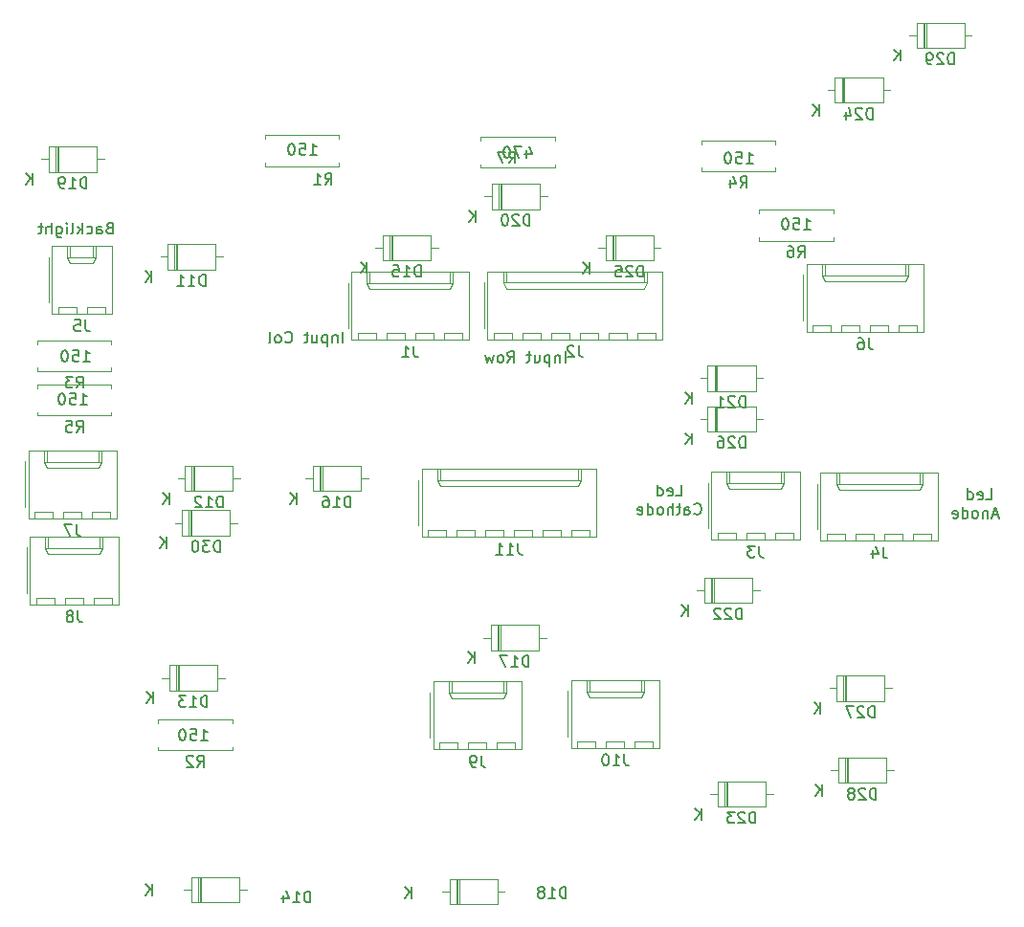
<source format=gbr>
G04 #@! TF.GenerationSoftware,KiCad,Pcbnew,(5.1.5-0-10_14)*
G04 #@! TF.CreationDate,2020-08-25T16:07:41+10:00*
G04 #@! TF.ProjectId,UFC,5546432e-6b69-4636-9164-5f7063625858,A*
G04 #@! TF.SameCoordinates,Original*
G04 #@! TF.FileFunction,Legend,Bot*
G04 #@! TF.FilePolarity,Positive*
%FSLAX46Y46*%
G04 Gerber Fmt 4.6, Leading zero omitted, Abs format (unit mm)*
G04 Created by KiCad (PCBNEW (5.1.5-0-10_14)) date 2020-08-25 16:07:41*
%MOMM*%
%LPD*%
G04 APERTURE LIST*
%ADD10C,0.150000*%
%ADD11C,0.120000*%
G04 APERTURE END LIST*
D10*
X149764666Y-79954380D02*
X150336095Y-79954380D01*
X150050380Y-79954380D02*
X150050380Y-78954380D01*
X150145619Y-79097238D01*
X150240857Y-79192476D01*
X150336095Y-79240095D01*
X148859904Y-78954380D02*
X149336095Y-78954380D01*
X149383714Y-79430571D01*
X149336095Y-79382952D01*
X149240857Y-79335333D01*
X149002761Y-79335333D01*
X148907523Y-79382952D01*
X148859904Y-79430571D01*
X148812285Y-79525809D01*
X148812285Y-79763904D01*
X148859904Y-79859142D01*
X148907523Y-79906761D01*
X149002761Y-79954380D01*
X149240857Y-79954380D01*
X149336095Y-79906761D01*
X149383714Y-79859142D01*
X148193238Y-78954380D02*
X148098000Y-78954380D01*
X148002761Y-79002000D01*
X147955142Y-79049619D01*
X147907523Y-79144857D01*
X147859904Y-79335333D01*
X147859904Y-79573428D01*
X147907523Y-79763904D01*
X147955142Y-79859142D01*
X148002761Y-79906761D01*
X148098000Y-79954380D01*
X148193238Y-79954380D01*
X148288476Y-79906761D01*
X148336095Y-79859142D01*
X148383714Y-79763904D01*
X148431333Y-79573428D01*
X148431333Y-79335333D01*
X148383714Y-79144857D01*
X148336095Y-79049619D01*
X148288476Y-79002000D01*
X148193238Y-78954380D01*
X96424666Y-125166380D02*
X96996095Y-125166380D01*
X96710380Y-125166380D02*
X96710380Y-124166380D01*
X96805619Y-124309238D01*
X96900857Y-124404476D01*
X96996095Y-124452095D01*
X95519904Y-124166380D02*
X95996095Y-124166380D01*
X96043714Y-124642571D01*
X95996095Y-124594952D01*
X95900857Y-124547333D01*
X95662761Y-124547333D01*
X95567523Y-124594952D01*
X95519904Y-124642571D01*
X95472285Y-124737809D01*
X95472285Y-124975904D01*
X95519904Y-125071142D01*
X95567523Y-125118761D01*
X95662761Y-125166380D01*
X95900857Y-125166380D01*
X95996095Y-125118761D01*
X96043714Y-125071142D01*
X94853238Y-124166380D02*
X94758000Y-124166380D01*
X94662761Y-124214000D01*
X94615142Y-124261619D01*
X94567523Y-124356857D01*
X94519904Y-124547333D01*
X94519904Y-124785428D01*
X94567523Y-124975904D01*
X94615142Y-125071142D01*
X94662761Y-125118761D01*
X94758000Y-125166380D01*
X94853238Y-125166380D01*
X94948476Y-125118761D01*
X94996095Y-125071142D01*
X95043714Y-124975904D01*
X95091333Y-124785428D01*
X95091333Y-124547333D01*
X95043714Y-124356857D01*
X94996095Y-124261619D01*
X94948476Y-124214000D01*
X94853238Y-124166380D01*
X85756666Y-95448380D02*
X86328095Y-95448380D01*
X86042380Y-95448380D02*
X86042380Y-94448380D01*
X86137619Y-94591238D01*
X86232857Y-94686476D01*
X86328095Y-94734095D01*
X84851904Y-94448380D02*
X85328095Y-94448380D01*
X85375714Y-94924571D01*
X85328095Y-94876952D01*
X85232857Y-94829333D01*
X84994761Y-94829333D01*
X84899523Y-94876952D01*
X84851904Y-94924571D01*
X84804285Y-95019809D01*
X84804285Y-95257904D01*
X84851904Y-95353142D01*
X84899523Y-95400761D01*
X84994761Y-95448380D01*
X85232857Y-95448380D01*
X85328095Y-95400761D01*
X85375714Y-95353142D01*
X84185238Y-94448380D02*
X84090000Y-94448380D01*
X83994761Y-94496000D01*
X83947142Y-94543619D01*
X83899523Y-94638857D01*
X83851904Y-94829333D01*
X83851904Y-95067428D01*
X83899523Y-95257904D01*
X83947142Y-95353142D01*
X83994761Y-95400761D01*
X84090000Y-95448380D01*
X84185238Y-95448380D01*
X84280476Y-95400761D01*
X84328095Y-95353142D01*
X84375714Y-95257904D01*
X84423333Y-95067428D01*
X84423333Y-94829333D01*
X84375714Y-94638857D01*
X84328095Y-94543619D01*
X84280476Y-94496000D01*
X84185238Y-94448380D01*
X86010666Y-91638380D02*
X86582095Y-91638380D01*
X86296380Y-91638380D02*
X86296380Y-90638380D01*
X86391619Y-90781238D01*
X86486857Y-90876476D01*
X86582095Y-90924095D01*
X85105904Y-90638380D02*
X85582095Y-90638380D01*
X85629714Y-91114571D01*
X85582095Y-91066952D01*
X85486857Y-91019333D01*
X85248761Y-91019333D01*
X85153523Y-91066952D01*
X85105904Y-91114571D01*
X85058285Y-91209809D01*
X85058285Y-91447904D01*
X85105904Y-91543142D01*
X85153523Y-91590761D01*
X85248761Y-91638380D01*
X85486857Y-91638380D01*
X85582095Y-91590761D01*
X85629714Y-91543142D01*
X84439238Y-90638380D02*
X84344000Y-90638380D01*
X84248761Y-90686000D01*
X84201142Y-90733619D01*
X84153523Y-90828857D01*
X84105904Y-91019333D01*
X84105904Y-91257428D01*
X84153523Y-91447904D01*
X84201142Y-91543142D01*
X84248761Y-91590761D01*
X84344000Y-91638380D01*
X84439238Y-91638380D01*
X84534476Y-91590761D01*
X84582095Y-91543142D01*
X84629714Y-91447904D01*
X84677333Y-91257428D01*
X84677333Y-91019333D01*
X84629714Y-90828857D01*
X84582095Y-90733619D01*
X84534476Y-90686000D01*
X84439238Y-90638380D01*
X106076666Y-73350380D02*
X106648095Y-73350380D01*
X106362380Y-73350380D02*
X106362380Y-72350380D01*
X106457619Y-72493238D01*
X106552857Y-72588476D01*
X106648095Y-72636095D01*
X105171904Y-72350380D02*
X105648095Y-72350380D01*
X105695714Y-72826571D01*
X105648095Y-72778952D01*
X105552857Y-72731333D01*
X105314761Y-72731333D01*
X105219523Y-72778952D01*
X105171904Y-72826571D01*
X105124285Y-72921809D01*
X105124285Y-73159904D01*
X105171904Y-73255142D01*
X105219523Y-73302761D01*
X105314761Y-73350380D01*
X105552857Y-73350380D01*
X105648095Y-73302761D01*
X105695714Y-73255142D01*
X104505238Y-72350380D02*
X104410000Y-72350380D01*
X104314761Y-72398000D01*
X104267142Y-72445619D01*
X104219523Y-72540857D01*
X104171904Y-72731333D01*
X104171904Y-72969428D01*
X104219523Y-73159904D01*
X104267142Y-73255142D01*
X104314761Y-73302761D01*
X104410000Y-73350380D01*
X104505238Y-73350380D01*
X104600476Y-73302761D01*
X104648095Y-73255142D01*
X104695714Y-73159904D01*
X104743333Y-72969428D01*
X104743333Y-72731333D01*
X104695714Y-72540857D01*
X104648095Y-72445619D01*
X104600476Y-72398000D01*
X104505238Y-72350380D01*
X125221904Y-72937714D02*
X125221904Y-73604380D01*
X125460000Y-72556761D02*
X125698095Y-73271047D01*
X125079047Y-73271047D01*
X124793333Y-72604380D02*
X124126666Y-72604380D01*
X124555238Y-73604380D01*
X123555238Y-72604380D02*
X123460000Y-72604380D01*
X123364761Y-72652000D01*
X123317142Y-72699619D01*
X123269523Y-72794857D01*
X123221904Y-72985333D01*
X123221904Y-73223428D01*
X123269523Y-73413904D01*
X123317142Y-73509142D01*
X123364761Y-73556761D01*
X123460000Y-73604380D01*
X123555238Y-73604380D01*
X123650476Y-73556761D01*
X123698095Y-73509142D01*
X123745714Y-73413904D01*
X123793333Y-73223428D01*
X123793333Y-72985333D01*
X123745714Y-72794857D01*
X123698095Y-72699619D01*
X123650476Y-72652000D01*
X123555238Y-72604380D01*
X144684666Y-74112380D02*
X145256095Y-74112380D01*
X144970380Y-74112380D02*
X144970380Y-73112380D01*
X145065619Y-73255238D01*
X145160857Y-73350476D01*
X145256095Y-73398095D01*
X143779904Y-73112380D02*
X144256095Y-73112380D01*
X144303714Y-73588571D01*
X144256095Y-73540952D01*
X144160857Y-73493333D01*
X143922761Y-73493333D01*
X143827523Y-73540952D01*
X143779904Y-73588571D01*
X143732285Y-73683809D01*
X143732285Y-73921904D01*
X143779904Y-74017142D01*
X143827523Y-74064761D01*
X143922761Y-74112380D01*
X144160857Y-74112380D01*
X144256095Y-74064761D01*
X144303714Y-74017142D01*
X143113238Y-73112380D02*
X143018000Y-73112380D01*
X142922761Y-73160000D01*
X142875142Y-73207619D01*
X142827523Y-73302857D01*
X142779904Y-73493333D01*
X142779904Y-73731428D01*
X142827523Y-73921904D01*
X142875142Y-74017142D01*
X142922761Y-74064761D01*
X143018000Y-74112380D01*
X143113238Y-74112380D01*
X143208476Y-74064761D01*
X143256095Y-74017142D01*
X143303714Y-73921904D01*
X143351333Y-73731428D01*
X143351333Y-73493333D01*
X143303714Y-73302857D01*
X143256095Y-73207619D01*
X143208476Y-73160000D01*
X143113238Y-73112380D01*
X138441428Y-103527380D02*
X138917619Y-103527380D01*
X138917619Y-102527380D01*
X137727142Y-103479761D02*
X137822380Y-103527380D01*
X138012857Y-103527380D01*
X138108095Y-103479761D01*
X138155714Y-103384523D01*
X138155714Y-103003571D01*
X138108095Y-102908333D01*
X138012857Y-102860714D01*
X137822380Y-102860714D01*
X137727142Y-102908333D01*
X137679523Y-103003571D01*
X137679523Y-103098809D01*
X138155714Y-103194047D01*
X136822380Y-103527380D02*
X136822380Y-102527380D01*
X136822380Y-103479761D02*
X136917619Y-103527380D01*
X137108095Y-103527380D01*
X137203333Y-103479761D01*
X137250952Y-103432142D01*
X137298571Y-103336904D01*
X137298571Y-103051190D01*
X137250952Y-102955952D01*
X137203333Y-102908333D01*
X137108095Y-102860714D01*
X136917619Y-102860714D01*
X136822380Y-102908333D01*
X140084285Y-105082142D02*
X140131904Y-105129761D01*
X140274761Y-105177380D01*
X140370000Y-105177380D01*
X140512857Y-105129761D01*
X140608095Y-105034523D01*
X140655714Y-104939285D01*
X140703333Y-104748809D01*
X140703333Y-104605952D01*
X140655714Y-104415476D01*
X140608095Y-104320238D01*
X140512857Y-104225000D01*
X140370000Y-104177380D01*
X140274761Y-104177380D01*
X140131904Y-104225000D01*
X140084285Y-104272619D01*
X139227142Y-105177380D02*
X139227142Y-104653571D01*
X139274761Y-104558333D01*
X139370000Y-104510714D01*
X139560476Y-104510714D01*
X139655714Y-104558333D01*
X139227142Y-105129761D02*
X139322380Y-105177380D01*
X139560476Y-105177380D01*
X139655714Y-105129761D01*
X139703333Y-105034523D01*
X139703333Y-104939285D01*
X139655714Y-104844047D01*
X139560476Y-104796428D01*
X139322380Y-104796428D01*
X139227142Y-104748809D01*
X138893809Y-104510714D02*
X138512857Y-104510714D01*
X138750952Y-104177380D02*
X138750952Y-105034523D01*
X138703333Y-105129761D01*
X138608095Y-105177380D01*
X138512857Y-105177380D01*
X138179523Y-105177380D02*
X138179523Y-104177380D01*
X137750952Y-105177380D02*
X137750952Y-104653571D01*
X137798571Y-104558333D01*
X137893809Y-104510714D01*
X138036666Y-104510714D01*
X138131904Y-104558333D01*
X138179523Y-104605952D01*
X137131904Y-105177380D02*
X137227142Y-105129761D01*
X137274761Y-105082142D01*
X137322380Y-104986904D01*
X137322380Y-104701190D01*
X137274761Y-104605952D01*
X137227142Y-104558333D01*
X137131904Y-104510714D01*
X136989047Y-104510714D01*
X136893809Y-104558333D01*
X136846190Y-104605952D01*
X136798571Y-104701190D01*
X136798571Y-104986904D01*
X136846190Y-105082142D01*
X136893809Y-105129761D01*
X136989047Y-105177380D01*
X137131904Y-105177380D01*
X135941428Y-105177380D02*
X135941428Y-104177380D01*
X135941428Y-105129761D02*
X136036666Y-105177380D01*
X136227142Y-105177380D01*
X136322380Y-105129761D01*
X136370000Y-105082142D01*
X136417619Y-104986904D01*
X136417619Y-104701190D01*
X136370000Y-104605952D01*
X136322380Y-104558333D01*
X136227142Y-104510714D01*
X136036666Y-104510714D01*
X135941428Y-104558333D01*
X135084285Y-105129761D02*
X135179523Y-105177380D01*
X135370000Y-105177380D01*
X135465238Y-105129761D01*
X135512857Y-105034523D01*
X135512857Y-104653571D01*
X135465238Y-104558333D01*
X135370000Y-104510714D01*
X135179523Y-104510714D01*
X135084285Y-104558333D01*
X135036666Y-104653571D01*
X135036666Y-104748809D01*
X135512857Y-104844047D01*
X165882380Y-103857380D02*
X166358571Y-103857380D01*
X166358571Y-102857380D01*
X165168095Y-103809761D02*
X165263333Y-103857380D01*
X165453809Y-103857380D01*
X165549047Y-103809761D01*
X165596666Y-103714523D01*
X165596666Y-103333571D01*
X165549047Y-103238333D01*
X165453809Y-103190714D01*
X165263333Y-103190714D01*
X165168095Y-103238333D01*
X165120476Y-103333571D01*
X165120476Y-103428809D01*
X165596666Y-103524047D01*
X164263333Y-103857380D02*
X164263333Y-102857380D01*
X164263333Y-103809761D02*
X164358571Y-103857380D01*
X164549047Y-103857380D01*
X164644285Y-103809761D01*
X164691904Y-103762142D01*
X164739523Y-103666904D01*
X164739523Y-103381190D01*
X164691904Y-103285952D01*
X164644285Y-103238333D01*
X164549047Y-103190714D01*
X164358571Y-103190714D01*
X164263333Y-103238333D01*
X166953809Y-105221666D02*
X166477619Y-105221666D01*
X167049047Y-105507380D02*
X166715714Y-104507380D01*
X166382380Y-105507380D01*
X166049047Y-104840714D02*
X166049047Y-105507380D01*
X166049047Y-104935952D02*
X166001428Y-104888333D01*
X165906190Y-104840714D01*
X165763333Y-104840714D01*
X165668095Y-104888333D01*
X165620476Y-104983571D01*
X165620476Y-105507380D01*
X165001428Y-105507380D02*
X165096666Y-105459761D01*
X165144285Y-105412142D01*
X165191904Y-105316904D01*
X165191904Y-105031190D01*
X165144285Y-104935952D01*
X165096666Y-104888333D01*
X165001428Y-104840714D01*
X164858571Y-104840714D01*
X164763333Y-104888333D01*
X164715714Y-104935952D01*
X164668095Y-105031190D01*
X164668095Y-105316904D01*
X164715714Y-105412142D01*
X164763333Y-105459761D01*
X164858571Y-105507380D01*
X165001428Y-105507380D01*
X163810952Y-105507380D02*
X163810952Y-104507380D01*
X163810952Y-105459761D02*
X163906190Y-105507380D01*
X164096666Y-105507380D01*
X164191904Y-105459761D01*
X164239523Y-105412142D01*
X164287142Y-105316904D01*
X164287142Y-105031190D01*
X164239523Y-104935952D01*
X164191904Y-104888333D01*
X164096666Y-104840714D01*
X163906190Y-104840714D01*
X163810952Y-104888333D01*
X162953809Y-105459761D02*
X163049047Y-105507380D01*
X163239523Y-105507380D01*
X163334761Y-105459761D01*
X163382380Y-105364523D01*
X163382380Y-104983571D01*
X163334761Y-104888333D01*
X163239523Y-104840714D01*
X163049047Y-104840714D01*
X162953809Y-104888333D01*
X162906190Y-104983571D01*
X162906190Y-105078809D01*
X163382380Y-105174047D01*
X108988095Y-89982380D02*
X108988095Y-88982380D01*
X108511904Y-89315714D02*
X108511904Y-89982380D01*
X108511904Y-89410952D02*
X108464285Y-89363333D01*
X108369047Y-89315714D01*
X108226190Y-89315714D01*
X108130952Y-89363333D01*
X108083333Y-89458571D01*
X108083333Y-89982380D01*
X107607142Y-89315714D02*
X107607142Y-90315714D01*
X107607142Y-89363333D02*
X107511904Y-89315714D01*
X107321428Y-89315714D01*
X107226190Y-89363333D01*
X107178571Y-89410952D01*
X107130952Y-89506190D01*
X107130952Y-89791904D01*
X107178571Y-89887142D01*
X107226190Y-89934761D01*
X107321428Y-89982380D01*
X107511904Y-89982380D01*
X107607142Y-89934761D01*
X106273809Y-89315714D02*
X106273809Y-89982380D01*
X106702380Y-89315714D02*
X106702380Y-89839523D01*
X106654761Y-89934761D01*
X106559523Y-89982380D01*
X106416666Y-89982380D01*
X106321428Y-89934761D01*
X106273809Y-89887142D01*
X105940476Y-89315714D02*
X105559523Y-89315714D01*
X105797619Y-88982380D02*
X105797619Y-89839523D01*
X105750000Y-89934761D01*
X105654761Y-89982380D01*
X105559523Y-89982380D01*
X103892857Y-89887142D02*
X103940476Y-89934761D01*
X104083333Y-89982380D01*
X104178571Y-89982380D01*
X104321428Y-89934761D01*
X104416666Y-89839523D01*
X104464285Y-89744285D01*
X104511904Y-89553809D01*
X104511904Y-89410952D01*
X104464285Y-89220476D01*
X104416666Y-89125238D01*
X104321428Y-89030000D01*
X104178571Y-88982380D01*
X104083333Y-88982380D01*
X103940476Y-89030000D01*
X103892857Y-89077619D01*
X103321428Y-89982380D02*
X103416666Y-89934761D01*
X103464285Y-89887142D01*
X103511904Y-89791904D01*
X103511904Y-89506190D01*
X103464285Y-89410952D01*
X103416666Y-89363333D01*
X103321428Y-89315714D01*
X103178571Y-89315714D01*
X103083333Y-89363333D01*
X103035714Y-89410952D01*
X102988095Y-89506190D01*
X102988095Y-89791904D01*
X103035714Y-89887142D01*
X103083333Y-89934761D01*
X103178571Y-89982380D01*
X103321428Y-89982380D01*
X102416666Y-89982380D02*
X102511904Y-89934761D01*
X102559523Y-89839523D01*
X102559523Y-88982380D01*
X128670000Y-91732380D02*
X128670000Y-90732380D01*
X128193809Y-91065714D02*
X128193809Y-91732380D01*
X128193809Y-91160952D02*
X128146190Y-91113333D01*
X128050952Y-91065714D01*
X127908095Y-91065714D01*
X127812857Y-91113333D01*
X127765238Y-91208571D01*
X127765238Y-91732380D01*
X127289047Y-91065714D02*
X127289047Y-92065714D01*
X127289047Y-91113333D02*
X127193809Y-91065714D01*
X127003333Y-91065714D01*
X126908095Y-91113333D01*
X126860476Y-91160952D01*
X126812857Y-91256190D01*
X126812857Y-91541904D01*
X126860476Y-91637142D01*
X126908095Y-91684761D01*
X127003333Y-91732380D01*
X127193809Y-91732380D01*
X127289047Y-91684761D01*
X125955714Y-91065714D02*
X125955714Y-91732380D01*
X126384285Y-91065714D02*
X126384285Y-91589523D01*
X126336666Y-91684761D01*
X126241428Y-91732380D01*
X126098571Y-91732380D01*
X126003333Y-91684761D01*
X125955714Y-91637142D01*
X125622380Y-91065714D02*
X125241428Y-91065714D01*
X125479523Y-90732380D02*
X125479523Y-91589523D01*
X125431904Y-91684761D01*
X125336666Y-91732380D01*
X125241428Y-91732380D01*
X123574761Y-91732380D02*
X123908095Y-91256190D01*
X124146190Y-91732380D02*
X124146190Y-90732380D01*
X123765238Y-90732380D01*
X123670000Y-90780000D01*
X123622380Y-90827619D01*
X123574761Y-90922857D01*
X123574761Y-91065714D01*
X123622380Y-91160952D01*
X123670000Y-91208571D01*
X123765238Y-91256190D01*
X124146190Y-91256190D01*
X123003333Y-91732380D02*
X123098571Y-91684761D01*
X123146190Y-91637142D01*
X123193809Y-91541904D01*
X123193809Y-91256190D01*
X123146190Y-91160952D01*
X123098571Y-91113333D01*
X123003333Y-91065714D01*
X122860476Y-91065714D01*
X122765238Y-91113333D01*
X122717619Y-91160952D01*
X122670000Y-91256190D01*
X122670000Y-91541904D01*
X122717619Y-91637142D01*
X122765238Y-91684761D01*
X122860476Y-91732380D01*
X123003333Y-91732380D01*
X122336666Y-91065714D02*
X122146190Y-91732380D01*
X121955714Y-91256190D01*
X121765238Y-91732380D01*
X121574761Y-91065714D01*
X88334761Y-79818571D02*
X88191904Y-79866190D01*
X88144285Y-79913809D01*
X88096666Y-80009047D01*
X88096666Y-80151904D01*
X88144285Y-80247142D01*
X88191904Y-80294761D01*
X88287142Y-80342380D01*
X88668095Y-80342380D01*
X88668095Y-79342380D01*
X88334761Y-79342380D01*
X88239523Y-79390000D01*
X88191904Y-79437619D01*
X88144285Y-79532857D01*
X88144285Y-79628095D01*
X88191904Y-79723333D01*
X88239523Y-79770952D01*
X88334761Y-79818571D01*
X88668095Y-79818571D01*
X87239523Y-80342380D02*
X87239523Y-79818571D01*
X87287142Y-79723333D01*
X87382380Y-79675714D01*
X87572857Y-79675714D01*
X87668095Y-79723333D01*
X87239523Y-80294761D02*
X87334761Y-80342380D01*
X87572857Y-80342380D01*
X87668095Y-80294761D01*
X87715714Y-80199523D01*
X87715714Y-80104285D01*
X87668095Y-80009047D01*
X87572857Y-79961428D01*
X87334761Y-79961428D01*
X87239523Y-79913809D01*
X86334761Y-80294761D02*
X86430000Y-80342380D01*
X86620476Y-80342380D01*
X86715714Y-80294761D01*
X86763333Y-80247142D01*
X86810952Y-80151904D01*
X86810952Y-79866190D01*
X86763333Y-79770952D01*
X86715714Y-79723333D01*
X86620476Y-79675714D01*
X86430000Y-79675714D01*
X86334761Y-79723333D01*
X85906190Y-80342380D02*
X85906190Y-79342380D01*
X85810952Y-79961428D02*
X85525238Y-80342380D01*
X85525238Y-79675714D02*
X85906190Y-80056666D01*
X84953809Y-80342380D02*
X85049047Y-80294761D01*
X85096666Y-80199523D01*
X85096666Y-79342380D01*
X84572857Y-80342380D02*
X84572857Y-79675714D01*
X84572857Y-79342380D02*
X84620476Y-79390000D01*
X84572857Y-79437619D01*
X84525238Y-79390000D01*
X84572857Y-79342380D01*
X84572857Y-79437619D01*
X83668095Y-79675714D02*
X83668095Y-80485238D01*
X83715714Y-80580476D01*
X83763333Y-80628095D01*
X83858571Y-80675714D01*
X84001428Y-80675714D01*
X84096666Y-80628095D01*
X83668095Y-80294761D02*
X83763333Y-80342380D01*
X83953809Y-80342380D01*
X84049047Y-80294761D01*
X84096666Y-80247142D01*
X84144285Y-80151904D01*
X84144285Y-79866190D01*
X84096666Y-79770952D01*
X84049047Y-79723333D01*
X83953809Y-79675714D01*
X83763333Y-79675714D01*
X83668095Y-79723333D01*
X83191904Y-80342380D02*
X83191904Y-79342380D01*
X82763333Y-80342380D02*
X82763333Y-79818571D01*
X82810952Y-79723333D01*
X82906190Y-79675714D01*
X83049047Y-79675714D01*
X83144285Y-79723333D01*
X83191904Y-79770952D01*
X82430000Y-79675714D02*
X82049047Y-79675714D01*
X82287142Y-79342380D02*
X82287142Y-80199523D01*
X82239523Y-80294761D01*
X82144285Y-80342380D01*
X82049047Y-80342380D01*
D11*
X130848000Y-106570000D02*
X130848000Y-107170000D01*
X129248000Y-106570000D02*
X130848000Y-106570000D01*
X129248000Y-107170000D02*
X129248000Y-106570000D01*
X128308000Y-106570000D02*
X128308000Y-107170000D01*
X126708000Y-106570000D02*
X128308000Y-106570000D01*
X126708000Y-107170000D02*
X126708000Y-106570000D01*
X125768000Y-106570000D02*
X125768000Y-107170000D01*
X124168000Y-106570000D02*
X125768000Y-106570000D01*
X124168000Y-107170000D02*
X124168000Y-106570000D01*
X123228000Y-106570000D02*
X123228000Y-107170000D01*
X121628000Y-106570000D02*
X123228000Y-106570000D01*
X121628000Y-107170000D02*
X121628000Y-106570000D01*
X120688000Y-106570000D02*
X120688000Y-107170000D01*
X119088000Y-106570000D02*
X120688000Y-106570000D01*
X119088000Y-107170000D02*
X119088000Y-106570000D01*
X118148000Y-106570000D02*
X118148000Y-107170000D01*
X116548000Y-106570000D02*
X118148000Y-106570000D01*
X116548000Y-107170000D02*
X116548000Y-106570000D01*
X129798000Y-101150000D02*
X129798000Y-102150000D01*
X117598000Y-101150000D02*
X117598000Y-102150000D01*
X129798000Y-102680000D02*
X130048000Y-102150000D01*
X117598000Y-102680000D02*
X129798000Y-102680000D01*
X117348000Y-102150000D02*
X117598000Y-102680000D01*
X130048000Y-102150000D02*
X130048000Y-101150000D01*
X117348000Y-102150000D02*
X130048000Y-102150000D01*
X117348000Y-101150000D02*
X117348000Y-102150000D01*
X115678000Y-106140000D02*
X115678000Y-102140000D01*
X131428000Y-107170000D02*
X115968000Y-107170000D01*
X131428000Y-101150000D02*
X131428000Y-107170000D01*
X115968000Y-101150000D02*
X131428000Y-101150000D01*
X115968000Y-107170000D02*
X115968000Y-101150000D01*
X136436000Y-125239000D02*
X136436000Y-125839000D01*
X134836000Y-125239000D02*
X136436000Y-125239000D01*
X134836000Y-125839000D02*
X134836000Y-125239000D01*
X133896000Y-125239000D02*
X133896000Y-125839000D01*
X132296000Y-125239000D02*
X133896000Y-125239000D01*
X132296000Y-125839000D02*
X132296000Y-125239000D01*
X131356000Y-125239000D02*
X131356000Y-125839000D01*
X129756000Y-125239000D02*
X131356000Y-125239000D01*
X129756000Y-125839000D02*
X129756000Y-125239000D01*
X135386000Y-119819000D02*
X135386000Y-120819000D01*
X130806000Y-119819000D02*
X130806000Y-120819000D01*
X135386000Y-121349000D02*
X135636000Y-120819000D01*
X130806000Y-121349000D02*
X135386000Y-121349000D01*
X130556000Y-120819000D02*
X130806000Y-121349000D01*
X135636000Y-120819000D02*
X135636000Y-119819000D01*
X130556000Y-120819000D02*
X135636000Y-120819000D01*
X130556000Y-119819000D02*
X130556000Y-120819000D01*
X128886000Y-124809000D02*
X128886000Y-120809000D01*
X137016000Y-125839000D02*
X129176000Y-125839000D01*
X137016000Y-119819000D02*
X137016000Y-125839000D01*
X129176000Y-119819000D02*
X137016000Y-119819000D01*
X129176000Y-125839000D02*
X129176000Y-119819000D01*
X124244000Y-125366000D02*
X124244000Y-125966000D01*
X122644000Y-125366000D02*
X124244000Y-125366000D01*
X122644000Y-125966000D02*
X122644000Y-125366000D01*
X121704000Y-125366000D02*
X121704000Y-125966000D01*
X120104000Y-125366000D02*
X121704000Y-125366000D01*
X120104000Y-125966000D02*
X120104000Y-125366000D01*
X119164000Y-125366000D02*
X119164000Y-125966000D01*
X117564000Y-125366000D02*
X119164000Y-125366000D01*
X117564000Y-125966000D02*
X117564000Y-125366000D01*
X123194000Y-119946000D02*
X123194000Y-120946000D01*
X118614000Y-119946000D02*
X118614000Y-120946000D01*
X123194000Y-121476000D02*
X123444000Y-120946000D01*
X118614000Y-121476000D02*
X123194000Y-121476000D01*
X118364000Y-120946000D02*
X118614000Y-121476000D01*
X123444000Y-120946000D02*
X123444000Y-119946000D01*
X118364000Y-120946000D02*
X123444000Y-120946000D01*
X118364000Y-119946000D02*
X118364000Y-120946000D01*
X116694000Y-124936000D02*
X116694000Y-120936000D01*
X124824000Y-125966000D02*
X116984000Y-125966000D01*
X124824000Y-119946000D02*
X124824000Y-125966000D01*
X116984000Y-119946000D02*
X124824000Y-119946000D01*
X116984000Y-125966000D02*
X116984000Y-119946000D01*
X88557000Y-112539000D02*
X88557000Y-113139000D01*
X86957000Y-112539000D02*
X88557000Y-112539000D01*
X86957000Y-113139000D02*
X86957000Y-112539000D01*
X86017000Y-112539000D02*
X86017000Y-113139000D01*
X84417000Y-112539000D02*
X86017000Y-112539000D01*
X84417000Y-113139000D02*
X84417000Y-112539000D01*
X83477000Y-112539000D02*
X83477000Y-113139000D01*
X81877000Y-112539000D02*
X83477000Y-112539000D01*
X81877000Y-113139000D02*
X81877000Y-112539000D01*
X87507000Y-107119000D02*
X87507000Y-108119000D01*
X82927000Y-107119000D02*
X82927000Y-108119000D01*
X87507000Y-108649000D02*
X87757000Y-108119000D01*
X82927000Y-108649000D02*
X87507000Y-108649000D01*
X82677000Y-108119000D02*
X82927000Y-108649000D01*
X87757000Y-108119000D02*
X87757000Y-107119000D01*
X82677000Y-108119000D02*
X87757000Y-108119000D01*
X82677000Y-107119000D02*
X82677000Y-108119000D01*
X81007000Y-112109000D02*
X81007000Y-108109000D01*
X89137000Y-113139000D02*
X81297000Y-113139000D01*
X89137000Y-107119000D02*
X89137000Y-113139000D01*
X81297000Y-107119000D02*
X89137000Y-107119000D01*
X81297000Y-113139000D02*
X81297000Y-107119000D01*
X88430000Y-104919000D02*
X88430000Y-105519000D01*
X86830000Y-104919000D02*
X88430000Y-104919000D01*
X86830000Y-105519000D02*
X86830000Y-104919000D01*
X85890000Y-104919000D02*
X85890000Y-105519000D01*
X84290000Y-104919000D02*
X85890000Y-104919000D01*
X84290000Y-105519000D02*
X84290000Y-104919000D01*
X83350000Y-104919000D02*
X83350000Y-105519000D01*
X81750000Y-104919000D02*
X83350000Y-104919000D01*
X81750000Y-105519000D02*
X81750000Y-104919000D01*
X87380000Y-99499000D02*
X87380000Y-100499000D01*
X82800000Y-99499000D02*
X82800000Y-100499000D01*
X87380000Y-101029000D02*
X87630000Y-100499000D01*
X82800000Y-101029000D02*
X87380000Y-101029000D01*
X82550000Y-100499000D02*
X82800000Y-101029000D01*
X87630000Y-100499000D02*
X87630000Y-99499000D01*
X82550000Y-100499000D02*
X87630000Y-100499000D01*
X82550000Y-99499000D02*
X82550000Y-100499000D01*
X80880000Y-104489000D02*
X80880000Y-100489000D01*
X89010000Y-105519000D02*
X81170000Y-105519000D01*
X89010000Y-99499000D02*
X89010000Y-105519000D01*
X81170000Y-99499000D02*
X89010000Y-99499000D01*
X81170000Y-105519000D02*
X81170000Y-99499000D01*
X95381000Y-107038000D02*
X95381000Y-104798000D01*
X95621000Y-107038000D02*
X95621000Y-104798000D01*
X95501000Y-107038000D02*
X95501000Y-104798000D01*
X99671000Y-105918000D02*
X99021000Y-105918000D01*
X94131000Y-105918000D02*
X94781000Y-105918000D01*
X99021000Y-107038000D02*
X94781000Y-107038000D01*
X99021000Y-104798000D02*
X99021000Y-107038000D01*
X94781000Y-104798000D02*
X99021000Y-104798000D01*
X94781000Y-107038000D02*
X94781000Y-104798000D01*
X159804000Y-88409000D02*
X159804000Y-89009000D01*
X158204000Y-88409000D02*
X159804000Y-88409000D01*
X158204000Y-89009000D02*
X158204000Y-88409000D01*
X157264000Y-88409000D02*
X157264000Y-89009000D01*
X155664000Y-88409000D02*
X157264000Y-88409000D01*
X155664000Y-89009000D02*
X155664000Y-88409000D01*
X154724000Y-88409000D02*
X154724000Y-89009000D01*
X153124000Y-88409000D02*
X154724000Y-88409000D01*
X153124000Y-89009000D02*
X153124000Y-88409000D01*
X152184000Y-88409000D02*
X152184000Y-89009000D01*
X150584000Y-88409000D02*
X152184000Y-88409000D01*
X150584000Y-89009000D02*
X150584000Y-88409000D01*
X158754000Y-82989000D02*
X158754000Y-83989000D01*
X151634000Y-82989000D02*
X151634000Y-83989000D01*
X158754000Y-84519000D02*
X159004000Y-83989000D01*
X151634000Y-84519000D02*
X158754000Y-84519000D01*
X151384000Y-83989000D02*
X151634000Y-84519000D01*
X159004000Y-83989000D02*
X159004000Y-82989000D01*
X151384000Y-83989000D02*
X159004000Y-83989000D01*
X151384000Y-82989000D02*
X151384000Y-83989000D01*
X149714000Y-87979000D02*
X149714000Y-83979000D01*
X160384000Y-89009000D02*
X150004000Y-89009000D01*
X160384000Y-82989000D02*
X160384000Y-89009000D01*
X150004000Y-82989000D02*
X160384000Y-82989000D01*
X150004000Y-89009000D02*
X150004000Y-82989000D01*
X161050000Y-106890000D02*
X161050000Y-107490000D01*
X159450000Y-106890000D02*
X161050000Y-106890000D01*
X159450000Y-107490000D02*
X159450000Y-106890000D01*
X158510000Y-106890000D02*
X158510000Y-107490000D01*
X156910000Y-106890000D02*
X158510000Y-106890000D01*
X156910000Y-107490000D02*
X156910000Y-106890000D01*
X155970000Y-106890000D02*
X155970000Y-107490000D01*
X154370000Y-106890000D02*
X155970000Y-106890000D01*
X154370000Y-107490000D02*
X154370000Y-106890000D01*
X153430000Y-106890000D02*
X153430000Y-107490000D01*
X151830000Y-106890000D02*
X153430000Y-106890000D01*
X151830000Y-107490000D02*
X151830000Y-106890000D01*
X160000000Y-101470000D02*
X160000000Y-102470000D01*
X152880000Y-101470000D02*
X152880000Y-102470000D01*
X160000000Y-103000000D02*
X160250000Y-102470000D01*
X152880000Y-103000000D02*
X160000000Y-103000000D01*
X152630000Y-102470000D02*
X152880000Y-103000000D01*
X160250000Y-102470000D02*
X160250000Y-101470000D01*
X152630000Y-102470000D02*
X160250000Y-102470000D01*
X152630000Y-101470000D02*
X152630000Y-102470000D01*
X150960000Y-106460000D02*
X150960000Y-102460000D01*
X161630000Y-107490000D02*
X151250000Y-107490000D01*
X161630000Y-101470000D02*
X161630000Y-107490000D01*
X151250000Y-101470000D02*
X161630000Y-101470000D01*
X151250000Y-107490000D02*
X151250000Y-101470000D01*
X136660000Y-89080000D02*
X136660000Y-89680000D01*
X135060000Y-89080000D02*
X136660000Y-89080000D01*
X135060000Y-89680000D02*
X135060000Y-89080000D01*
X134120000Y-89080000D02*
X134120000Y-89680000D01*
X132520000Y-89080000D02*
X134120000Y-89080000D01*
X132520000Y-89680000D02*
X132520000Y-89080000D01*
X131580000Y-89080000D02*
X131580000Y-89680000D01*
X129980000Y-89080000D02*
X131580000Y-89080000D01*
X129980000Y-89680000D02*
X129980000Y-89080000D01*
X129040000Y-89080000D02*
X129040000Y-89680000D01*
X127440000Y-89080000D02*
X129040000Y-89080000D01*
X127440000Y-89680000D02*
X127440000Y-89080000D01*
X126500000Y-89080000D02*
X126500000Y-89680000D01*
X124900000Y-89080000D02*
X126500000Y-89080000D01*
X124900000Y-89680000D02*
X124900000Y-89080000D01*
X123960000Y-89080000D02*
X123960000Y-89680000D01*
X122360000Y-89080000D02*
X123960000Y-89080000D01*
X122360000Y-89680000D02*
X122360000Y-89080000D01*
X135610000Y-83660000D02*
X135610000Y-84660000D01*
X123410000Y-83660000D02*
X123410000Y-84660000D01*
X135610000Y-85190000D02*
X135860000Y-84660000D01*
X123410000Y-85190000D02*
X135610000Y-85190000D01*
X123160000Y-84660000D02*
X123410000Y-85190000D01*
X135860000Y-84660000D02*
X135860000Y-83660000D01*
X123160000Y-84660000D02*
X135860000Y-84660000D01*
X123160000Y-83660000D02*
X123160000Y-84660000D01*
X121490000Y-88650000D02*
X121490000Y-84650000D01*
X137240000Y-89680000D02*
X121780000Y-89680000D01*
X137240000Y-83660000D02*
X137240000Y-89680000D01*
X121780000Y-83660000D02*
X137240000Y-83660000D01*
X121780000Y-89680000D02*
X121780000Y-83660000D01*
X119540000Y-89110000D02*
X119540000Y-89710000D01*
X117940000Y-89110000D02*
X119540000Y-89110000D01*
X117940000Y-89710000D02*
X117940000Y-89110000D01*
X117000000Y-89110000D02*
X117000000Y-89710000D01*
X115400000Y-89110000D02*
X117000000Y-89110000D01*
X115400000Y-89710000D02*
X115400000Y-89110000D01*
X114460000Y-89110000D02*
X114460000Y-89710000D01*
X112860000Y-89110000D02*
X114460000Y-89110000D01*
X112860000Y-89710000D02*
X112860000Y-89110000D01*
X111920000Y-89110000D02*
X111920000Y-89710000D01*
X110320000Y-89110000D02*
X111920000Y-89110000D01*
X110320000Y-89710000D02*
X110320000Y-89110000D01*
X118490000Y-83690000D02*
X118490000Y-84690000D01*
X111370000Y-83690000D02*
X111370000Y-84690000D01*
X118490000Y-85220000D02*
X118740000Y-84690000D01*
X111370000Y-85220000D02*
X118490000Y-85220000D01*
X111120000Y-84690000D02*
X111370000Y-85220000D01*
X118740000Y-84690000D02*
X118740000Y-83690000D01*
X111120000Y-84690000D02*
X118740000Y-84690000D01*
X111120000Y-83690000D02*
X111120000Y-84690000D01*
X109450000Y-88680000D02*
X109450000Y-84680000D01*
X120120000Y-89710000D02*
X109740000Y-89710000D01*
X120120000Y-83690000D02*
X120120000Y-89710000D01*
X109740000Y-83690000D02*
X120120000Y-83690000D01*
X109740000Y-89710000D02*
X109740000Y-83690000D01*
X87960000Y-86820000D02*
X87960000Y-87420000D01*
X86360000Y-86820000D02*
X87960000Y-86820000D01*
X86360000Y-87420000D02*
X86360000Y-86820000D01*
X85420000Y-86820000D02*
X85420000Y-87420000D01*
X83820000Y-86820000D02*
X85420000Y-86820000D01*
X83820000Y-87420000D02*
X83820000Y-86820000D01*
X86910000Y-81400000D02*
X86910000Y-82400000D01*
X84870000Y-81400000D02*
X84870000Y-82400000D01*
X86910000Y-82930000D02*
X87160000Y-82400000D01*
X84870000Y-82930000D02*
X86910000Y-82930000D01*
X84620000Y-82400000D02*
X84870000Y-82930000D01*
X87160000Y-82400000D02*
X87160000Y-81400000D01*
X84620000Y-82400000D02*
X87160000Y-82400000D01*
X84620000Y-81400000D02*
X84620000Y-82400000D01*
X82950000Y-86390000D02*
X82950000Y-82390000D01*
X88540000Y-87420000D02*
X83240000Y-87420000D01*
X88540000Y-81400000D02*
X88540000Y-87420000D01*
X83240000Y-81400000D02*
X88540000Y-81400000D01*
X83240000Y-87420000D02*
X83240000Y-81400000D01*
X148830000Y-106820000D02*
X148830000Y-107420000D01*
X147230000Y-106820000D02*
X148830000Y-106820000D01*
X147230000Y-107420000D02*
X147230000Y-106820000D01*
X146290000Y-106820000D02*
X146290000Y-107420000D01*
X144690000Y-106820000D02*
X146290000Y-106820000D01*
X144690000Y-107420000D02*
X144690000Y-106820000D01*
X143750000Y-106820000D02*
X143750000Y-107420000D01*
X142150000Y-106820000D02*
X143750000Y-106820000D01*
X142150000Y-107420000D02*
X142150000Y-106820000D01*
X147780000Y-101400000D02*
X147780000Y-102400000D01*
X143200000Y-101400000D02*
X143200000Y-102400000D01*
X147780000Y-102930000D02*
X148030000Y-102400000D01*
X143200000Y-102930000D02*
X147780000Y-102930000D01*
X142950000Y-102400000D02*
X143200000Y-102930000D01*
X148030000Y-102400000D02*
X148030000Y-101400000D01*
X142950000Y-102400000D02*
X148030000Y-102400000D01*
X142950000Y-101400000D02*
X142950000Y-102400000D01*
X141280000Y-106390000D02*
X141280000Y-102390000D01*
X149410000Y-107420000D02*
X141570000Y-107420000D01*
X149410000Y-101400000D02*
X149410000Y-107420000D01*
X141570000Y-101400000D02*
X149410000Y-101400000D01*
X141570000Y-107420000D02*
X141570000Y-101400000D01*
X127730000Y-71760000D02*
X127730000Y-72090000D01*
X121190000Y-71760000D02*
X127730000Y-71760000D01*
X121190000Y-72090000D02*
X121190000Y-71760000D01*
X127730000Y-74500000D02*
X127730000Y-74170000D01*
X121190000Y-74500000D02*
X127730000Y-74500000D01*
X121190000Y-74170000D02*
X121190000Y-74500000D01*
X152370000Y-78220000D02*
X152370000Y-78550000D01*
X145830000Y-78220000D02*
X152370000Y-78220000D01*
X145830000Y-78550000D02*
X145830000Y-78220000D01*
X152370000Y-80960000D02*
X152370000Y-80630000D01*
X145830000Y-80960000D02*
X152370000Y-80960000D01*
X145830000Y-80630000D02*
X145830000Y-80960000D01*
X88520000Y-93690000D02*
X88520000Y-94020000D01*
X81980000Y-93690000D02*
X88520000Y-93690000D01*
X81980000Y-94020000D02*
X81980000Y-93690000D01*
X88520000Y-96430000D02*
X88520000Y-96100000D01*
X81980000Y-96430000D02*
X88520000Y-96430000D01*
X81980000Y-96100000D02*
X81980000Y-96430000D01*
X147260000Y-72060000D02*
X147260000Y-72390000D01*
X140720000Y-72060000D02*
X147260000Y-72060000D01*
X140720000Y-72390000D02*
X140720000Y-72060000D01*
X147260000Y-74800000D02*
X147260000Y-74470000D01*
X140720000Y-74800000D02*
X147260000Y-74800000D01*
X140720000Y-74470000D02*
X140720000Y-74800000D01*
X88520000Y-89780000D02*
X88520000Y-90110000D01*
X81980000Y-89780000D02*
X88520000Y-89780000D01*
X81980000Y-90110000D02*
X81980000Y-89780000D01*
X88520000Y-92520000D02*
X88520000Y-92190000D01*
X81980000Y-92520000D02*
X88520000Y-92520000D01*
X81980000Y-92190000D02*
X81980000Y-92520000D01*
X99210000Y-123320000D02*
X99210000Y-123650000D01*
X92670000Y-123320000D02*
X99210000Y-123320000D01*
X92670000Y-123650000D02*
X92670000Y-123320000D01*
X99210000Y-126060000D02*
X99210000Y-125730000D01*
X92670000Y-126060000D02*
X99210000Y-126060000D01*
X92670000Y-125730000D02*
X92670000Y-126060000D01*
X108650000Y-71610000D02*
X108650000Y-71940000D01*
X102110000Y-71610000D02*
X108650000Y-71610000D01*
X102110000Y-71940000D02*
X102110000Y-71610000D01*
X108650000Y-74350000D02*
X108650000Y-74020000D01*
X102110000Y-74350000D02*
X108650000Y-74350000D01*
X102110000Y-74020000D02*
X102110000Y-74350000D01*
X160340000Y-63880000D02*
X160340000Y-61640000D01*
X160580000Y-63880000D02*
X160580000Y-61640000D01*
X160460000Y-63880000D02*
X160460000Y-61640000D01*
X164630000Y-62760000D02*
X163980000Y-62760000D01*
X159090000Y-62760000D02*
X159740000Y-62760000D01*
X163980000Y-63880000D02*
X159740000Y-63880000D01*
X163980000Y-61640000D02*
X163980000Y-63880000D01*
X159740000Y-61640000D02*
X163980000Y-61640000D01*
X159740000Y-63880000D02*
X159740000Y-61640000D01*
X153430000Y-128930000D02*
X153430000Y-126690000D01*
X153670000Y-128930000D02*
X153670000Y-126690000D01*
X153550000Y-128930000D02*
X153550000Y-126690000D01*
X157720000Y-127810000D02*
X157070000Y-127810000D01*
X152180000Y-127810000D02*
X152830000Y-127810000D01*
X157070000Y-128930000D02*
X152830000Y-128930000D01*
X157070000Y-126690000D02*
X157070000Y-128930000D01*
X152830000Y-126690000D02*
X157070000Y-126690000D01*
X152830000Y-128930000D02*
X152830000Y-126690000D01*
X153280000Y-121680000D02*
X153280000Y-119440000D01*
X153520000Y-121680000D02*
X153520000Y-119440000D01*
X153400000Y-121680000D02*
X153400000Y-119440000D01*
X157570000Y-120560000D02*
X156920000Y-120560000D01*
X152030000Y-120560000D02*
X152680000Y-120560000D01*
X156920000Y-121680000D02*
X152680000Y-121680000D01*
X156920000Y-119440000D02*
X156920000Y-121680000D01*
X152680000Y-119440000D02*
X156920000Y-119440000D01*
X152680000Y-121680000D02*
X152680000Y-119440000D01*
X141870000Y-97830000D02*
X141870000Y-95590000D01*
X142110000Y-97830000D02*
X142110000Y-95590000D01*
X141990000Y-97830000D02*
X141990000Y-95590000D01*
X146160000Y-96710000D02*
X145510000Y-96710000D01*
X140620000Y-96710000D02*
X141270000Y-96710000D01*
X145510000Y-97830000D02*
X141270000Y-97830000D01*
X145510000Y-95590000D02*
X145510000Y-97830000D01*
X141270000Y-95590000D02*
X145510000Y-95590000D01*
X141270000Y-97830000D02*
X141270000Y-95590000D01*
X132830000Y-82700000D02*
X132830000Y-80460000D01*
X133070000Y-82700000D02*
X133070000Y-80460000D01*
X132950000Y-82700000D02*
X132950000Y-80460000D01*
X137120000Y-81580000D02*
X136470000Y-81580000D01*
X131580000Y-81580000D02*
X132230000Y-81580000D01*
X136470000Y-82700000D02*
X132230000Y-82700000D01*
X136470000Y-80460000D02*
X136470000Y-82700000D01*
X132230000Y-80460000D02*
X136470000Y-80460000D01*
X132230000Y-82700000D02*
X132230000Y-80460000D01*
X153130000Y-68740000D02*
X153130000Y-66500000D01*
X153370000Y-68740000D02*
X153370000Y-66500000D01*
X153250000Y-68740000D02*
X153250000Y-66500000D01*
X157420000Y-67620000D02*
X156770000Y-67620000D01*
X151880000Y-67620000D02*
X152530000Y-67620000D01*
X156770000Y-68740000D02*
X152530000Y-68740000D01*
X156770000Y-66500000D02*
X156770000Y-68740000D01*
X152530000Y-66500000D02*
X156770000Y-66500000D01*
X152530000Y-68740000D02*
X152530000Y-66500000D01*
X142770000Y-131030000D02*
X142770000Y-128790000D01*
X143010000Y-131030000D02*
X143010000Y-128790000D01*
X142890000Y-131030000D02*
X142890000Y-128790000D01*
X147060000Y-129910000D02*
X146410000Y-129910000D01*
X141520000Y-129910000D02*
X142170000Y-129910000D01*
X146410000Y-131030000D02*
X142170000Y-131030000D01*
X146410000Y-128790000D02*
X146410000Y-131030000D01*
X142170000Y-128790000D02*
X146410000Y-128790000D01*
X142170000Y-131030000D02*
X142170000Y-128790000D01*
X141570000Y-113000000D02*
X141570000Y-110760000D01*
X141810000Y-113000000D02*
X141810000Y-110760000D01*
X141690000Y-113000000D02*
X141690000Y-110760000D01*
X145860000Y-111880000D02*
X145210000Y-111880000D01*
X140320000Y-111880000D02*
X140970000Y-111880000D01*
X145210000Y-113000000D02*
X140970000Y-113000000D01*
X145210000Y-110760000D02*
X145210000Y-113000000D01*
X140970000Y-110760000D02*
X145210000Y-110760000D01*
X140970000Y-113000000D02*
X140970000Y-110760000D01*
X141870000Y-94230000D02*
X141870000Y-91990000D01*
X142110000Y-94230000D02*
X142110000Y-91990000D01*
X141990000Y-94230000D02*
X141990000Y-91990000D01*
X146160000Y-93110000D02*
X145510000Y-93110000D01*
X140620000Y-93110000D02*
X141270000Y-93110000D01*
X145510000Y-94230000D02*
X141270000Y-94230000D01*
X145510000Y-91990000D02*
X145510000Y-94230000D01*
X141270000Y-91990000D02*
X145510000Y-91990000D01*
X141270000Y-94230000D02*
X141270000Y-91990000D01*
X122790000Y-78150000D02*
X122790000Y-75910000D01*
X123030000Y-78150000D02*
X123030000Y-75910000D01*
X122910000Y-78150000D02*
X122910000Y-75910000D01*
X127080000Y-77030000D02*
X126430000Y-77030000D01*
X121540000Y-77030000D02*
X122190000Y-77030000D01*
X126430000Y-78150000D02*
X122190000Y-78150000D01*
X126430000Y-75910000D02*
X126430000Y-78150000D01*
X122190000Y-75910000D02*
X126430000Y-75910000D01*
X122190000Y-78150000D02*
X122190000Y-75910000D01*
X83580000Y-74850000D02*
X83580000Y-72610000D01*
X83820000Y-74850000D02*
X83820000Y-72610000D01*
X83700000Y-74850000D02*
X83700000Y-72610000D01*
X87870000Y-73730000D02*
X87220000Y-73730000D01*
X82330000Y-73730000D02*
X82980000Y-73730000D01*
X87220000Y-74850000D02*
X82980000Y-74850000D01*
X87220000Y-72610000D02*
X87220000Y-74850000D01*
X82980000Y-72610000D02*
X87220000Y-72610000D01*
X82980000Y-74850000D02*
X82980000Y-72610000D01*
X119030000Y-139670000D02*
X119030000Y-137430000D01*
X119270000Y-139670000D02*
X119270000Y-137430000D01*
X119150000Y-139670000D02*
X119150000Y-137430000D01*
X123320000Y-138550000D02*
X122670000Y-138550000D01*
X117780000Y-138550000D02*
X118430000Y-138550000D01*
X122670000Y-139670000D02*
X118430000Y-139670000D01*
X122670000Y-137430000D02*
X122670000Y-139670000D01*
X118430000Y-137430000D02*
X122670000Y-137430000D01*
X118430000Y-139670000D02*
X118430000Y-137430000D01*
X122686000Y-117198000D02*
X122686000Y-114958000D01*
X122926000Y-117198000D02*
X122926000Y-114958000D01*
X122806000Y-117198000D02*
X122806000Y-114958000D01*
X126976000Y-116078000D02*
X126326000Y-116078000D01*
X121436000Y-116078000D02*
X122086000Y-116078000D01*
X126326000Y-117198000D02*
X122086000Y-117198000D01*
X126326000Y-114958000D02*
X126326000Y-117198000D01*
X122086000Y-114958000D02*
X126326000Y-114958000D01*
X122086000Y-117198000D02*
X122086000Y-114958000D01*
X106938000Y-103101000D02*
X106938000Y-100861000D01*
X107178000Y-103101000D02*
X107178000Y-100861000D01*
X107058000Y-103101000D02*
X107058000Y-100861000D01*
X111228000Y-101981000D02*
X110578000Y-101981000D01*
X105688000Y-101981000D02*
X106338000Y-101981000D01*
X110578000Y-103101000D02*
X106338000Y-103101000D01*
X110578000Y-100861000D02*
X110578000Y-103101000D01*
X106338000Y-100861000D02*
X110578000Y-100861000D01*
X106338000Y-103101000D02*
X106338000Y-100861000D01*
X113140000Y-82670000D02*
X113140000Y-80430000D01*
X113380000Y-82670000D02*
X113380000Y-80430000D01*
X113260000Y-82670000D02*
X113260000Y-80430000D01*
X117430000Y-81550000D02*
X116780000Y-81550000D01*
X111890000Y-81550000D02*
X112540000Y-81550000D01*
X116780000Y-82670000D02*
X112540000Y-82670000D01*
X116780000Y-80430000D02*
X116780000Y-82670000D01*
X112540000Y-80430000D02*
X116780000Y-80430000D01*
X112540000Y-82670000D02*
X112540000Y-80430000D01*
X96200000Y-139520000D02*
X96200000Y-137280000D01*
X96440000Y-139520000D02*
X96440000Y-137280000D01*
X96320000Y-139520000D02*
X96320000Y-137280000D01*
X100490000Y-138400000D02*
X99840000Y-138400000D01*
X94950000Y-138400000D02*
X95600000Y-138400000D01*
X99840000Y-139520000D02*
X95600000Y-139520000D01*
X99840000Y-137280000D02*
X99840000Y-139520000D01*
X95600000Y-137280000D02*
X99840000Y-137280000D01*
X95600000Y-139520000D02*
X95600000Y-137280000D01*
X94250000Y-120750000D02*
X94250000Y-118510000D01*
X94490000Y-120750000D02*
X94490000Y-118510000D01*
X94370000Y-120750000D02*
X94370000Y-118510000D01*
X98540000Y-119630000D02*
X97890000Y-119630000D01*
X93000000Y-119630000D02*
X93650000Y-119630000D01*
X97890000Y-120750000D02*
X93650000Y-120750000D01*
X97890000Y-118510000D02*
X97890000Y-120750000D01*
X93650000Y-118510000D02*
X97890000Y-118510000D01*
X93650000Y-120750000D02*
X93650000Y-118510000D01*
X95635000Y-103101000D02*
X95635000Y-100861000D01*
X95875000Y-103101000D02*
X95875000Y-100861000D01*
X95755000Y-103101000D02*
X95755000Y-100861000D01*
X99925000Y-101981000D02*
X99275000Y-101981000D01*
X94385000Y-101981000D02*
X95035000Y-101981000D01*
X99275000Y-103101000D02*
X95035000Y-103101000D01*
X99275000Y-100861000D02*
X99275000Y-103101000D01*
X95035000Y-100861000D02*
X99275000Y-100861000D01*
X95035000Y-103101000D02*
X95035000Y-100861000D01*
X94100000Y-83490000D02*
X94100000Y-81250000D01*
X94340000Y-83490000D02*
X94340000Y-81250000D01*
X94220000Y-83490000D02*
X94220000Y-81250000D01*
X98390000Y-82370000D02*
X97740000Y-82370000D01*
X92850000Y-82370000D02*
X93500000Y-82370000D01*
X97740000Y-83490000D02*
X93500000Y-83490000D01*
X97740000Y-81250000D02*
X97740000Y-83490000D01*
X93500000Y-81250000D02*
X97740000Y-81250000D01*
X93500000Y-83490000D02*
X93500000Y-81250000D01*
D10*
X124507523Y-107712380D02*
X124507523Y-108426666D01*
X124555142Y-108569523D01*
X124650380Y-108664761D01*
X124793238Y-108712380D01*
X124888476Y-108712380D01*
X123507523Y-108712380D02*
X124078952Y-108712380D01*
X123793238Y-108712380D02*
X123793238Y-107712380D01*
X123888476Y-107855238D01*
X123983714Y-107950476D01*
X124078952Y-107998095D01*
X122555142Y-108712380D02*
X123126571Y-108712380D01*
X122840857Y-108712380D02*
X122840857Y-107712380D01*
X122936095Y-107855238D01*
X123031333Y-107950476D01*
X123126571Y-107998095D01*
X133905523Y-126381380D02*
X133905523Y-127095666D01*
X133953142Y-127238523D01*
X134048380Y-127333761D01*
X134191238Y-127381380D01*
X134286476Y-127381380D01*
X132905523Y-127381380D02*
X133476952Y-127381380D01*
X133191238Y-127381380D02*
X133191238Y-126381380D01*
X133286476Y-126524238D01*
X133381714Y-126619476D01*
X133476952Y-126667095D01*
X132286476Y-126381380D02*
X132191238Y-126381380D01*
X132096000Y-126429000D01*
X132048380Y-126476619D01*
X132000761Y-126571857D01*
X131953142Y-126762333D01*
X131953142Y-127000428D01*
X132000761Y-127190904D01*
X132048380Y-127286142D01*
X132096000Y-127333761D01*
X132191238Y-127381380D01*
X132286476Y-127381380D01*
X132381714Y-127333761D01*
X132429333Y-127286142D01*
X132476952Y-127190904D01*
X132524571Y-127000428D01*
X132524571Y-126762333D01*
X132476952Y-126571857D01*
X132429333Y-126476619D01*
X132381714Y-126429000D01*
X132286476Y-126381380D01*
X121237333Y-126508380D02*
X121237333Y-127222666D01*
X121284952Y-127365523D01*
X121380190Y-127460761D01*
X121523047Y-127508380D01*
X121618285Y-127508380D01*
X120713523Y-127508380D02*
X120523047Y-127508380D01*
X120427809Y-127460761D01*
X120380190Y-127413142D01*
X120284952Y-127270285D01*
X120237333Y-127079809D01*
X120237333Y-126698857D01*
X120284952Y-126603619D01*
X120332571Y-126556000D01*
X120427809Y-126508380D01*
X120618285Y-126508380D01*
X120713523Y-126556000D01*
X120761142Y-126603619D01*
X120808761Y-126698857D01*
X120808761Y-126936952D01*
X120761142Y-127032190D01*
X120713523Y-127079809D01*
X120618285Y-127127428D01*
X120427809Y-127127428D01*
X120332571Y-127079809D01*
X120284952Y-127032190D01*
X120237333Y-126936952D01*
X85550333Y-113681380D02*
X85550333Y-114395666D01*
X85597952Y-114538523D01*
X85693190Y-114633761D01*
X85836047Y-114681380D01*
X85931285Y-114681380D01*
X84931285Y-114109952D02*
X85026523Y-114062333D01*
X85074142Y-114014714D01*
X85121761Y-113919476D01*
X85121761Y-113871857D01*
X85074142Y-113776619D01*
X85026523Y-113729000D01*
X84931285Y-113681380D01*
X84740809Y-113681380D01*
X84645571Y-113729000D01*
X84597952Y-113776619D01*
X84550333Y-113871857D01*
X84550333Y-113919476D01*
X84597952Y-114014714D01*
X84645571Y-114062333D01*
X84740809Y-114109952D01*
X84931285Y-114109952D01*
X85026523Y-114157571D01*
X85074142Y-114205190D01*
X85121761Y-114300428D01*
X85121761Y-114490904D01*
X85074142Y-114586142D01*
X85026523Y-114633761D01*
X84931285Y-114681380D01*
X84740809Y-114681380D01*
X84645571Y-114633761D01*
X84597952Y-114586142D01*
X84550333Y-114490904D01*
X84550333Y-114300428D01*
X84597952Y-114205190D01*
X84645571Y-114157571D01*
X84740809Y-114109952D01*
X85423333Y-106061380D02*
X85423333Y-106775666D01*
X85470952Y-106918523D01*
X85566190Y-107013761D01*
X85709047Y-107061380D01*
X85804285Y-107061380D01*
X85042380Y-106061380D02*
X84375714Y-106061380D01*
X84804285Y-107061380D01*
X98115285Y-108490380D02*
X98115285Y-107490380D01*
X97877190Y-107490380D01*
X97734333Y-107538000D01*
X97639095Y-107633238D01*
X97591476Y-107728476D01*
X97543857Y-107918952D01*
X97543857Y-108061809D01*
X97591476Y-108252285D01*
X97639095Y-108347523D01*
X97734333Y-108442761D01*
X97877190Y-108490380D01*
X98115285Y-108490380D01*
X97210523Y-107490380D02*
X96591476Y-107490380D01*
X96924809Y-107871333D01*
X96781952Y-107871333D01*
X96686714Y-107918952D01*
X96639095Y-107966571D01*
X96591476Y-108061809D01*
X96591476Y-108299904D01*
X96639095Y-108395142D01*
X96686714Y-108442761D01*
X96781952Y-108490380D01*
X97067666Y-108490380D01*
X97162904Y-108442761D01*
X97210523Y-108395142D01*
X95972428Y-107490380D02*
X95877190Y-107490380D01*
X95781952Y-107538000D01*
X95734333Y-107585619D01*
X95686714Y-107680857D01*
X95639095Y-107871333D01*
X95639095Y-108109428D01*
X95686714Y-108299904D01*
X95734333Y-108395142D01*
X95781952Y-108442761D01*
X95877190Y-108490380D01*
X95972428Y-108490380D01*
X96067666Y-108442761D01*
X96115285Y-108395142D01*
X96162904Y-108299904D01*
X96210523Y-108109428D01*
X96210523Y-107871333D01*
X96162904Y-107680857D01*
X96115285Y-107585619D01*
X96067666Y-107538000D01*
X95972428Y-107490380D01*
X93352904Y-108170380D02*
X93352904Y-107170380D01*
X92781476Y-108170380D02*
X93210047Y-107598952D01*
X92781476Y-107170380D02*
X93352904Y-107741809D01*
X155527333Y-89551380D02*
X155527333Y-90265666D01*
X155574952Y-90408523D01*
X155670190Y-90503761D01*
X155813047Y-90551380D01*
X155908285Y-90551380D01*
X154622571Y-89551380D02*
X154813047Y-89551380D01*
X154908285Y-89599000D01*
X154955904Y-89646619D01*
X155051142Y-89789476D01*
X155098761Y-89979952D01*
X155098761Y-90360904D01*
X155051142Y-90456142D01*
X155003523Y-90503761D01*
X154908285Y-90551380D01*
X154717809Y-90551380D01*
X154622571Y-90503761D01*
X154574952Y-90456142D01*
X154527333Y-90360904D01*
X154527333Y-90122809D01*
X154574952Y-90027571D01*
X154622571Y-89979952D01*
X154717809Y-89932333D01*
X154908285Y-89932333D01*
X155003523Y-89979952D01*
X155051142Y-90027571D01*
X155098761Y-90122809D01*
X156773333Y-108032380D02*
X156773333Y-108746666D01*
X156820952Y-108889523D01*
X156916190Y-108984761D01*
X157059047Y-109032380D01*
X157154285Y-109032380D01*
X155868571Y-108365714D02*
X155868571Y-109032380D01*
X156106666Y-107984761D02*
X156344761Y-108699047D01*
X155725714Y-108699047D01*
X129843333Y-90222380D02*
X129843333Y-90936666D01*
X129890952Y-91079523D01*
X129986190Y-91174761D01*
X130129047Y-91222380D01*
X130224285Y-91222380D01*
X129414761Y-90317619D02*
X129367142Y-90270000D01*
X129271904Y-90222380D01*
X129033809Y-90222380D01*
X128938571Y-90270000D01*
X128890952Y-90317619D01*
X128843333Y-90412857D01*
X128843333Y-90508095D01*
X128890952Y-90650952D01*
X129462380Y-91222380D01*
X128843333Y-91222380D01*
X115263333Y-90252380D02*
X115263333Y-90966666D01*
X115310952Y-91109523D01*
X115406190Y-91204761D01*
X115549047Y-91252380D01*
X115644285Y-91252380D01*
X114263333Y-91252380D02*
X114834761Y-91252380D01*
X114549047Y-91252380D02*
X114549047Y-90252380D01*
X114644285Y-90395238D01*
X114739523Y-90490476D01*
X114834761Y-90538095D01*
X86223333Y-87962380D02*
X86223333Y-88676666D01*
X86270952Y-88819523D01*
X86366190Y-88914761D01*
X86509047Y-88962380D01*
X86604285Y-88962380D01*
X85270952Y-87962380D02*
X85747142Y-87962380D01*
X85794761Y-88438571D01*
X85747142Y-88390952D01*
X85651904Y-88343333D01*
X85413809Y-88343333D01*
X85318571Y-88390952D01*
X85270952Y-88438571D01*
X85223333Y-88533809D01*
X85223333Y-88771904D01*
X85270952Y-88867142D01*
X85318571Y-88914761D01*
X85413809Y-88962380D01*
X85651904Y-88962380D01*
X85747142Y-88914761D01*
X85794761Y-88867142D01*
X145823333Y-107962380D02*
X145823333Y-108676666D01*
X145870952Y-108819523D01*
X145966190Y-108914761D01*
X146109047Y-108962380D01*
X146204285Y-108962380D01*
X145442380Y-107962380D02*
X144823333Y-107962380D01*
X145156666Y-108343333D01*
X145013809Y-108343333D01*
X144918571Y-108390952D01*
X144870952Y-108438571D01*
X144823333Y-108533809D01*
X144823333Y-108771904D01*
X144870952Y-108867142D01*
X144918571Y-108914761D01*
X145013809Y-108962380D01*
X145299523Y-108962380D01*
X145394761Y-108914761D01*
X145442380Y-108867142D01*
X123676666Y-74072380D02*
X124010000Y-73596190D01*
X124248095Y-74072380D02*
X124248095Y-73072380D01*
X123867142Y-73072380D01*
X123771904Y-73120000D01*
X123724285Y-73167619D01*
X123676666Y-73262857D01*
X123676666Y-73405714D01*
X123724285Y-73500952D01*
X123771904Y-73548571D01*
X123867142Y-73596190D01*
X124248095Y-73596190D01*
X123343333Y-73072380D02*
X122676666Y-73072380D01*
X123105238Y-74072380D01*
X149266666Y-82412380D02*
X149600000Y-81936190D01*
X149838095Y-82412380D02*
X149838095Y-81412380D01*
X149457142Y-81412380D01*
X149361904Y-81460000D01*
X149314285Y-81507619D01*
X149266666Y-81602857D01*
X149266666Y-81745714D01*
X149314285Y-81840952D01*
X149361904Y-81888571D01*
X149457142Y-81936190D01*
X149838095Y-81936190D01*
X148409523Y-81412380D02*
X148600000Y-81412380D01*
X148695238Y-81460000D01*
X148742857Y-81507619D01*
X148838095Y-81650476D01*
X148885714Y-81840952D01*
X148885714Y-82221904D01*
X148838095Y-82317142D01*
X148790476Y-82364761D01*
X148695238Y-82412380D01*
X148504761Y-82412380D01*
X148409523Y-82364761D01*
X148361904Y-82317142D01*
X148314285Y-82221904D01*
X148314285Y-81983809D01*
X148361904Y-81888571D01*
X148409523Y-81840952D01*
X148504761Y-81793333D01*
X148695238Y-81793333D01*
X148790476Y-81840952D01*
X148838095Y-81888571D01*
X148885714Y-81983809D01*
X85416666Y-97882380D02*
X85750000Y-97406190D01*
X85988095Y-97882380D02*
X85988095Y-96882380D01*
X85607142Y-96882380D01*
X85511904Y-96930000D01*
X85464285Y-96977619D01*
X85416666Y-97072857D01*
X85416666Y-97215714D01*
X85464285Y-97310952D01*
X85511904Y-97358571D01*
X85607142Y-97406190D01*
X85988095Y-97406190D01*
X84511904Y-96882380D02*
X84988095Y-96882380D01*
X85035714Y-97358571D01*
X84988095Y-97310952D01*
X84892857Y-97263333D01*
X84654761Y-97263333D01*
X84559523Y-97310952D01*
X84511904Y-97358571D01*
X84464285Y-97453809D01*
X84464285Y-97691904D01*
X84511904Y-97787142D01*
X84559523Y-97834761D01*
X84654761Y-97882380D01*
X84892857Y-97882380D01*
X84988095Y-97834761D01*
X85035714Y-97787142D01*
X144156666Y-76252380D02*
X144490000Y-75776190D01*
X144728095Y-76252380D02*
X144728095Y-75252380D01*
X144347142Y-75252380D01*
X144251904Y-75300000D01*
X144204285Y-75347619D01*
X144156666Y-75442857D01*
X144156666Y-75585714D01*
X144204285Y-75680952D01*
X144251904Y-75728571D01*
X144347142Y-75776190D01*
X144728095Y-75776190D01*
X143299523Y-75585714D02*
X143299523Y-76252380D01*
X143537619Y-75204761D02*
X143775714Y-75919047D01*
X143156666Y-75919047D01*
X85416666Y-93972380D02*
X85750000Y-93496190D01*
X85988095Y-93972380D02*
X85988095Y-92972380D01*
X85607142Y-92972380D01*
X85511904Y-93020000D01*
X85464285Y-93067619D01*
X85416666Y-93162857D01*
X85416666Y-93305714D01*
X85464285Y-93400952D01*
X85511904Y-93448571D01*
X85607142Y-93496190D01*
X85988095Y-93496190D01*
X85083333Y-92972380D02*
X84464285Y-92972380D01*
X84797619Y-93353333D01*
X84654761Y-93353333D01*
X84559523Y-93400952D01*
X84511904Y-93448571D01*
X84464285Y-93543809D01*
X84464285Y-93781904D01*
X84511904Y-93877142D01*
X84559523Y-93924761D01*
X84654761Y-93972380D01*
X84940476Y-93972380D01*
X85035714Y-93924761D01*
X85083333Y-93877142D01*
X96106666Y-127512380D02*
X96440000Y-127036190D01*
X96678095Y-127512380D02*
X96678095Y-126512380D01*
X96297142Y-126512380D01*
X96201904Y-126560000D01*
X96154285Y-126607619D01*
X96106666Y-126702857D01*
X96106666Y-126845714D01*
X96154285Y-126940952D01*
X96201904Y-126988571D01*
X96297142Y-127036190D01*
X96678095Y-127036190D01*
X95725714Y-126607619D02*
X95678095Y-126560000D01*
X95582857Y-126512380D01*
X95344761Y-126512380D01*
X95249523Y-126560000D01*
X95201904Y-126607619D01*
X95154285Y-126702857D01*
X95154285Y-126798095D01*
X95201904Y-126940952D01*
X95773333Y-127512380D01*
X95154285Y-127512380D01*
X107426666Y-75992380D02*
X107760000Y-75516190D01*
X107998095Y-75992380D02*
X107998095Y-74992380D01*
X107617142Y-74992380D01*
X107521904Y-75040000D01*
X107474285Y-75087619D01*
X107426666Y-75182857D01*
X107426666Y-75325714D01*
X107474285Y-75420952D01*
X107521904Y-75468571D01*
X107617142Y-75516190D01*
X107998095Y-75516190D01*
X106474285Y-75992380D02*
X107045714Y-75992380D01*
X106760000Y-75992380D02*
X106760000Y-74992380D01*
X106855238Y-75135238D01*
X106950476Y-75230476D01*
X107045714Y-75278095D01*
X163074285Y-65332380D02*
X163074285Y-64332380D01*
X162836190Y-64332380D01*
X162693333Y-64380000D01*
X162598095Y-64475238D01*
X162550476Y-64570476D01*
X162502857Y-64760952D01*
X162502857Y-64903809D01*
X162550476Y-65094285D01*
X162598095Y-65189523D01*
X162693333Y-65284761D01*
X162836190Y-65332380D01*
X163074285Y-65332380D01*
X162121904Y-64427619D02*
X162074285Y-64380000D01*
X161979047Y-64332380D01*
X161740952Y-64332380D01*
X161645714Y-64380000D01*
X161598095Y-64427619D01*
X161550476Y-64522857D01*
X161550476Y-64618095D01*
X161598095Y-64760952D01*
X162169523Y-65332380D01*
X161550476Y-65332380D01*
X161074285Y-65332380D02*
X160883809Y-65332380D01*
X160788571Y-65284761D01*
X160740952Y-65237142D01*
X160645714Y-65094285D01*
X160598095Y-64903809D01*
X160598095Y-64522857D01*
X160645714Y-64427619D01*
X160693333Y-64380000D01*
X160788571Y-64332380D01*
X160979047Y-64332380D01*
X161074285Y-64380000D01*
X161121904Y-64427619D01*
X161169523Y-64522857D01*
X161169523Y-64760952D01*
X161121904Y-64856190D01*
X161074285Y-64903809D01*
X160979047Y-64951428D01*
X160788571Y-64951428D01*
X160693333Y-64903809D01*
X160645714Y-64856190D01*
X160598095Y-64760952D01*
X158311904Y-65012380D02*
X158311904Y-64012380D01*
X157740476Y-65012380D02*
X158169047Y-64440952D01*
X157740476Y-64012380D02*
X158311904Y-64583809D01*
X156164285Y-130382380D02*
X156164285Y-129382380D01*
X155926190Y-129382380D01*
X155783333Y-129430000D01*
X155688095Y-129525238D01*
X155640476Y-129620476D01*
X155592857Y-129810952D01*
X155592857Y-129953809D01*
X155640476Y-130144285D01*
X155688095Y-130239523D01*
X155783333Y-130334761D01*
X155926190Y-130382380D01*
X156164285Y-130382380D01*
X155211904Y-129477619D02*
X155164285Y-129430000D01*
X155069047Y-129382380D01*
X154830952Y-129382380D01*
X154735714Y-129430000D01*
X154688095Y-129477619D01*
X154640476Y-129572857D01*
X154640476Y-129668095D01*
X154688095Y-129810952D01*
X155259523Y-130382380D01*
X154640476Y-130382380D01*
X154069047Y-129810952D02*
X154164285Y-129763333D01*
X154211904Y-129715714D01*
X154259523Y-129620476D01*
X154259523Y-129572857D01*
X154211904Y-129477619D01*
X154164285Y-129430000D01*
X154069047Y-129382380D01*
X153878571Y-129382380D01*
X153783333Y-129430000D01*
X153735714Y-129477619D01*
X153688095Y-129572857D01*
X153688095Y-129620476D01*
X153735714Y-129715714D01*
X153783333Y-129763333D01*
X153878571Y-129810952D01*
X154069047Y-129810952D01*
X154164285Y-129858571D01*
X154211904Y-129906190D01*
X154259523Y-130001428D01*
X154259523Y-130191904D01*
X154211904Y-130287142D01*
X154164285Y-130334761D01*
X154069047Y-130382380D01*
X153878571Y-130382380D01*
X153783333Y-130334761D01*
X153735714Y-130287142D01*
X153688095Y-130191904D01*
X153688095Y-130001428D01*
X153735714Y-129906190D01*
X153783333Y-129858571D01*
X153878571Y-129810952D01*
X151401904Y-130062380D02*
X151401904Y-129062380D01*
X150830476Y-130062380D02*
X151259047Y-129490952D01*
X150830476Y-129062380D02*
X151401904Y-129633809D01*
X156014285Y-123132380D02*
X156014285Y-122132380D01*
X155776190Y-122132380D01*
X155633333Y-122180000D01*
X155538095Y-122275238D01*
X155490476Y-122370476D01*
X155442857Y-122560952D01*
X155442857Y-122703809D01*
X155490476Y-122894285D01*
X155538095Y-122989523D01*
X155633333Y-123084761D01*
X155776190Y-123132380D01*
X156014285Y-123132380D01*
X155061904Y-122227619D02*
X155014285Y-122180000D01*
X154919047Y-122132380D01*
X154680952Y-122132380D01*
X154585714Y-122180000D01*
X154538095Y-122227619D01*
X154490476Y-122322857D01*
X154490476Y-122418095D01*
X154538095Y-122560952D01*
X155109523Y-123132380D01*
X154490476Y-123132380D01*
X154157142Y-122132380D02*
X153490476Y-122132380D01*
X153919047Y-123132380D01*
X151251904Y-122812380D02*
X151251904Y-121812380D01*
X150680476Y-122812380D02*
X151109047Y-122240952D01*
X150680476Y-121812380D02*
X151251904Y-122383809D01*
X144604285Y-99282380D02*
X144604285Y-98282380D01*
X144366190Y-98282380D01*
X144223333Y-98330000D01*
X144128095Y-98425238D01*
X144080476Y-98520476D01*
X144032857Y-98710952D01*
X144032857Y-98853809D01*
X144080476Y-99044285D01*
X144128095Y-99139523D01*
X144223333Y-99234761D01*
X144366190Y-99282380D01*
X144604285Y-99282380D01*
X143651904Y-98377619D02*
X143604285Y-98330000D01*
X143509047Y-98282380D01*
X143270952Y-98282380D01*
X143175714Y-98330000D01*
X143128095Y-98377619D01*
X143080476Y-98472857D01*
X143080476Y-98568095D01*
X143128095Y-98710952D01*
X143699523Y-99282380D01*
X143080476Y-99282380D01*
X142223333Y-98282380D02*
X142413809Y-98282380D01*
X142509047Y-98330000D01*
X142556666Y-98377619D01*
X142651904Y-98520476D01*
X142699523Y-98710952D01*
X142699523Y-99091904D01*
X142651904Y-99187142D01*
X142604285Y-99234761D01*
X142509047Y-99282380D01*
X142318571Y-99282380D01*
X142223333Y-99234761D01*
X142175714Y-99187142D01*
X142128095Y-99091904D01*
X142128095Y-98853809D01*
X142175714Y-98758571D01*
X142223333Y-98710952D01*
X142318571Y-98663333D01*
X142509047Y-98663333D01*
X142604285Y-98710952D01*
X142651904Y-98758571D01*
X142699523Y-98853809D01*
X139841904Y-98962380D02*
X139841904Y-97962380D01*
X139270476Y-98962380D02*
X139699047Y-98390952D01*
X139270476Y-97962380D02*
X139841904Y-98533809D01*
X135564285Y-84152380D02*
X135564285Y-83152380D01*
X135326190Y-83152380D01*
X135183333Y-83200000D01*
X135088095Y-83295238D01*
X135040476Y-83390476D01*
X134992857Y-83580952D01*
X134992857Y-83723809D01*
X135040476Y-83914285D01*
X135088095Y-84009523D01*
X135183333Y-84104761D01*
X135326190Y-84152380D01*
X135564285Y-84152380D01*
X134611904Y-83247619D02*
X134564285Y-83200000D01*
X134469047Y-83152380D01*
X134230952Y-83152380D01*
X134135714Y-83200000D01*
X134088095Y-83247619D01*
X134040476Y-83342857D01*
X134040476Y-83438095D01*
X134088095Y-83580952D01*
X134659523Y-84152380D01*
X134040476Y-84152380D01*
X133135714Y-83152380D02*
X133611904Y-83152380D01*
X133659523Y-83628571D01*
X133611904Y-83580952D01*
X133516666Y-83533333D01*
X133278571Y-83533333D01*
X133183333Y-83580952D01*
X133135714Y-83628571D01*
X133088095Y-83723809D01*
X133088095Y-83961904D01*
X133135714Y-84057142D01*
X133183333Y-84104761D01*
X133278571Y-84152380D01*
X133516666Y-84152380D01*
X133611904Y-84104761D01*
X133659523Y-84057142D01*
X130801904Y-83832380D02*
X130801904Y-82832380D01*
X130230476Y-83832380D02*
X130659047Y-83260952D01*
X130230476Y-82832380D02*
X130801904Y-83403809D01*
X155864285Y-70192380D02*
X155864285Y-69192380D01*
X155626190Y-69192380D01*
X155483333Y-69240000D01*
X155388095Y-69335238D01*
X155340476Y-69430476D01*
X155292857Y-69620952D01*
X155292857Y-69763809D01*
X155340476Y-69954285D01*
X155388095Y-70049523D01*
X155483333Y-70144761D01*
X155626190Y-70192380D01*
X155864285Y-70192380D01*
X154911904Y-69287619D02*
X154864285Y-69240000D01*
X154769047Y-69192380D01*
X154530952Y-69192380D01*
X154435714Y-69240000D01*
X154388095Y-69287619D01*
X154340476Y-69382857D01*
X154340476Y-69478095D01*
X154388095Y-69620952D01*
X154959523Y-70192380D01*
X154340476Y-70192380D01*
X153483333Y-69525714D02*
X153483333Y-70192380D01*
X153721428Y-69144761D02*
X153959523Y-69859047D01*
X153340476Y-69859047D01*
X151101904Y-69872380D02*
X151101904Y-68872380D01*
X150530476Y-69872380D02*
X150959047Y-69300952D01*
X150530476Y-68872380D02*
X151101904Y-69443809D01*
X145504285Y-132482380D02*
X145504285Y-131482380D01*
X145266190Y-131482380D01*
X145123333Y-131530000D01*
X145028095Y-131625238D01*
X144980476Y-131720476D01*
X144932857Y-131910952D01*
X144932857Y-132053809D01*
X144980476Y-132244285D01*
X145028095Y-132339523D01*
X145123333Y-132434761D01*
X145266190Y-132482380D01*
X145504285Y-132482380D01*
X144551904Y-131577619D02*
X144504285Y-131530000D01*
X144409047Y-131482380D01*
X144170952Y-131482380D01*
X144075714Y-131530000D01*
X144028095Y-131577619D01*
X143980476Y-131672857D01*
X143980476Y-131768095D01*
X144028095Y-131910952D01*
X144599523Y-132482380D01*
X143980476Y-132482380D01*
X143647142Y-131482380D02*
X143028095Y-131482380D01*
X143361428Y-131863333D01*
X143218571Y-131863333D01*
X143123333Y-131910952D01*
X143075714Y-131958571D01*
X143028095Y-132053809D01*
X143028095Y-132291904D01*
X143075714Y-132387142D01*
X143123333Y-132434761D01*
X143218571Y-132482380D01*
X143504285Y-132482380D01*
X143599523Y-132434761D01*
X143647142Y-132387142D01*
X140741904Y-132162380D02*
X140741904Y-131162380D01*
X140170476Y-132162380D02*
X140599047Y-131590952D01*
X140170476Y-131162380D02*
X140741904Y-131733809D01*
X144304285Y-114452380D02*
X144304285Y-113452380D01*
X144066190Y-113452380D01*
X143923333Y-113500000D01*
X143828095Y-113595238D01*
X143780476Y-113690476D01*
X143732857Y-113880952D01*
X143732857Y-114023809D01*
X143780476Y-114214285D01*
X143828095Y-114309523D01*
X143923333Y-114404761D01*
X144066190Y-114452380D01*
X144304285Y-114452380D01*
X143351904Y-113547619D02*
X143304285Y-113500000D01*
X143209047Y-113452380D01*
X142970952Y-113452380D01*
X142875714Y-113500000D01*
X142828095Y-113547619D01*
X142780476Y-113642857D01*
X142780476Y-113738095D01*
X142828095Y-113880952D01*
X143399523Y-114452380D01*
X142780476Y-114452380D01*
X142399523Y-113547619D02*
X142351904Y-113500000D01*
X142256666Y-113452380D01*
X142018571Y-113452380D01*
X141923333Y-113500000D01*
X141875714Y-113547619D01*
X141828095Y-113642857D01*
X141828095Y-113738095D01*
X141875714Y-113880952D01*
X142447142Y-114452380D01*
X141828095Y-114452380D01*
X139541904Y-114132380D02*
X139541904Y-113132380D01*
X138970476Y-114132380D02*
X139399047Y-113560952D01*
X138970476Y-113132380D02*
X139541904Y-113703809D01*
X144604285Y-95682380D02*
X144604285Y-94682380D01*
X144366190Y-94682380D01*
X144223333Y-94730000D01*
X144128095Y-94825238D01*
X144080476Y-94920476D01*
X144032857Y-95110952D01*
X144032857Y-95253809D01*
X144080476Y-95444285D01*
X144128095Y-95539523D01*
X144223333Y-95634761D01*
X144366190Y-95682380D01*
X144604285Y-95682380D01*
X143651904Y-94777619D02*
X143604285Y-94730000D01*
X143509047Y-94682380D01*
X143270952Y-94682380D01*
X143175714Y-94730000D01*
X143128095Y-94777619D01*
X143080476Y-94872857D01*
X143080476Y-94968095D01*
X143128095Y-95110952D01*
X143699523Y-95682380D01*
X143080476Y-95682380D01*
X142128095Y-95682380D02*
X142699523Y-95682380D01*
X142413809Y-95682380D02*
X142413809Y-94682380D01*
X142509047Y-94825238D01*
X142604285Y-94920476D01*
X142699523Y-94968095D01*
X139841904Y-95362380D02*
X139841904Y-94362380D01*
X139270476Y-95362380D02*
X139699047Y-94790952D01*
X139270476Y-94362380D02*
X139841904Y-94933809D01*
X125524285Y-79602380D02*
X125524285Y-78602380D01*
X125286190Y-78602380D01*
X125143333Y-78650000D01*
X125048095Y-78745238D01*
X125000476Y-78840476D01*
X124952857Y-79030952D01*
X124952857Y-79173809D01*
X125000476Y-79364285D01*
X125048095Y-79459523D01*
X125143333Y-79554761D01*
X125286190Y-79602380D01*
X125524285Y-79602380D01*
X124571904Y-78697619D02*
X124524285Y-78650000D01*
X124429047Y-78602380D01*
X124190952Y-78602380D01*
X124095714Y-78650000D01*
X124048095Y-78697619D01*
X124000476Y-78792857D01*
X124000476Y-78888095D01*
X124048095Y-79030952D01*
X124619523Y-79602380D01*
X124000476Y-79602380D01*
X123381428Y-78602380D02*
X123286190Y-78602380D01*
X123190952Y-78650000D01*
X123143333Y-78697619D01*
X123095714Y-78792857D01*
X123048095Y-78983333D01*
X123048095Y-79221428D01*
X123095714Y-79411904D01*
X123143333Y-79507142D01*
X123190952Y-79554761D01*
X123286190Y-79602380D01*
X123381428Y-79602380D01*
X123476666Y-79554761D01*
X123524285Y-79507142D01*
X123571904Y-79411904D01*
X123619523Y-79221428D01*
X123619523Y-78983333D01*
X123571904Y-78792857D01*
X123524285Y-78697619D01*
X123476666Y-78650000D01*
X123381428Y-78602380D01*
X120761904Y-79282380D02*
X120761904Y-78282380D01*
X120190476Y-79282380D02*
X120619047Y-78710952D01*
X120190476Y-78282380D02*
X120761904Y-78853809D01*
X86314285Y-76302380D02*
X86314285Y-75302380D01*
X86076190Y-75302380D01*
X85933333Y-75350000D01*
X85838095Y-75445238D01*
X85790476Y-75540476D01*
X85742857Y-75730952D01*
X85742857Y-75873809D01*
X85790476Y-76064285D01*
X85838095Y-76159523D01*
X85933333Y-76254761D01*
X86076190Y-76302380D01*
X86314285Y-76302380D01*
X84790476Y-76302380D02*
X85361904Y-76302380D01*
X85076190Y-76302380D02*
X85076190Y-75302380D01*
X85171428Y-75445238D01*
X85266666Y-75540476D01*
X85361904Y-75588095D01*
X84314285Y-76302380D02*
X84123809Y-76302380D01*
X84028571Y-76254761D01*
X83980952Y-76207142D01*
X83885714Y-76064285D01*
X83838095Y-75873809D01*
X83838095Y-75492857D01*
X83885714Y-75397619D01*
X83933333Y-75350000D01*
X84028571Y-75302380D01*
X84219047Y-75302380D01*
X84314285Y-75350000D01*
X84361904Y-75397619D01*
X84409523Y-75492857D01*
X84409523Y-75730952D01*
X84361904Y-75826190D01*
X84314285Y-75873809D01*
X84219047Y-75921428D01*
X84028571Y-75921428D01*
X83933333Y-75873809D01*
X83885714Y-75826190D01*
X83838095Y-75730952D01*
X81551904Y-75982380D02*
X81551904Y-74982380D01*
X80980476Y-75982380D02*
X81409047Y-75410952D01*
X80980476Y-74982380D02*
X81551904Y-75553809D01*
X128722285Y-139136380D02*
X128722285Y-138136380D01*
X128484190Y-138136380D01*
X128341333Y-138184000D01*
X128246095Y-138279238D01*
X128198476Y-138374476D01*
X128150857Y-138564952D01*
X128150857Y-138707809D01*
X128198476Y-138898285D01*
X128246095Y-138993523D01*
X128341333Y-139088761D01*
X128484190Y-139136380D01*
X128722285Y-139136380D01*
X127198476Y-139136380D02*
X127769904Y-139136380D01*
X127484190Y-139136380D02*
X127484190Y-138136380D01*
X127579428Y-138279238D01*
X127674666Y-138374476D01*
X127769904Y-138422095D01*
X126627047Y-138564952D02*
X126722285Y-138517333D01*
X126769904Y-138469714D01*
X126817523Y-138374476D01*
X126817523Y-138326857D01*
X126769904Y-138231619D01*
X126722285Y-138184000D01*
X126627047Y-138136380D01*
X126436571Y-138136380D01*
X126341333Y-138184000D01*
X126293714Y-138231619D01*
X126246095Y-138326857D01*
X126246095Y-138374476D01*
X126293714Y-138469714D01*
X126341333Y-138517333D01*
X126436571Y-138564952D01*
X126627047Y-138564952D01*
X126722285Y-138612571D01*
X126769904Y-138660190D01*
X126817523Y-138755428D01*
X126817523Y-138945904D01*
X126769904Y-139041142D01*
X126722285Y-139088761D01*
X126627047Y-139136380D01*
X126436571Y-139136380D01*
X126341333Y-139088761D01*
X126293714Y-139041142D01*
X126246095Y-138945904D01*
X126246095Y-138755428D01*
X126293714Y-138660190D01*
X126341333Y-138612571D01*
X126436571Y-138564952D01*
X115069904Y-139136380D02*
X115069904Y-138136380D01*
X114498476Y-139136380D02*
X114927047Y-138564952D01*
X114498476Y-138136380D02*
X115069904Y-138707809D01*
X125420285Y-118650380D02*
X125420285Y-117650380D01*
X125182190Y-117650380D01*
X125039333Y-117698000D01*
X124944095Y-117793238D01*
X124896476Y-117888476D01*
X124848857Y-118078952D01*
X124848857Y-118221809D01*
X124896476Y-118412285D01*
X124944095Y-118507523D01*
X125039333Y-118602761D01*
X125182190Y-118650380D01*
X125420285Y-118650380D01*
X123896476Y-118650380D02*
X124467904Y-118650380D01*
X124182190Y-118650380D02*
X124182190Y-117650380D01*
X124277428Y-117793238D01*
X124372666Y-117888476D01*
X124467904Y-117936095D01*
X123563142Y-117650380D02*
X122896476Y-117650380D01*
X123325047Y-118650380D01*
X120657904Y-118330380D02*
X120657904Y-117330380D01*
X120086476Y-118330380D02*
X120515047Y-117758952D01*
X120086476Y-117330380D02*
X120657904Y-117901809D01*
X109672285Y-104553380D02*
X109672285Y-103553380D01*
X109434190Y-103553380D01*
X109291333Y-103601000D01*
X109196095Y-103696238D01*
X109148476Y-103791476D01*
X109100857Y-103981952D01*
X109100857Y-104124809D01*
X109148476Y-104315285D01*
X109196095Y-104410523D01*
X109291333Y-104505761D01*
X109434190Y-104553380D01*
X109672285Y-104553380D01*
X108148476Y-104553380D02*
X108719904Y-104553380D01*
X108434190Y-104553380D02*
X108434190Y-103553380D01*
X108529428Y-103696238D01*
X108624666Y-103791476D01*
X108719904Y-103839095D01*
X107291333Y-103553380D02*
X107481809Y-103553380D01*
X107577047Y-103601000D01*
X107624666Y-103648619D01*
X107719904Y-103791476D01*
X107767523Y-103981952D01*
X107767523Y-104362904D01*
X107719904Y-104458142D01*
X107672285Y-104505761D01*
X107577047Y-104553380D01*
X107386571Y-104553380D01*
X107291333Y-104505761D01*
X107243714Y-104458142D01*
X107196095Y-104362904D01*
X107196095Y-104124809D01*
X107243714Y-104029571D01*
X107291333Y-103981952D01*
X107386571Y-103934333D01*
X107577047Y-103934333D01*
X107672285Y-103981952D01*
X107719904Y-104029571D01*
X107767523Y-104124809D01*
X104909904Y-104233380D02*
X104909904Y-103233380D01*
X104338476Y-104233380D02*
X104767047Y-103661952D01*
X104338476Y-103233380D02*
X104909904Y-103804809D01*
X115874285Y-84122380D02*
X115874285Y-83122380D01*
X115636190Y-83122380D01*
X115493333Y-83170000D01*
X115398095Y-83265238D01*
X115350476Y-83360476D01*
X115302857Y-83550952D01*
X115302857Y-83693809D01*
X115350476Y-83884285D01*
X115398095Y-83979523D01*
X115493333Y-84074761D01*
X115636190Y-84122380D01*
X115874285Y-84122380D01*
X114350476Y-84122380D02*
X114921904Y-84122380D01*
X114636190Y-84122380D02*
X114636190Y-83122380D01*
X114731428Y-83265238D01*
X114826666Y-83360476D01*
X114921904Y-83408095D01*
X113445714Y-83122380D02*
X113921904Y-83122380D01*
X113969523Y-83598571D01*
X113921904Y-83550952D01*
X113826666Y-83503333D01*
X113588571Y-83503333D01*
X113493333Y-83550952D01*
X113445714Y-83598571D01*
X113398095Y-83693809D01*
X113398095Y-83931904D01*
X113445714Y-84027142D01*
X113493333Y-84074761D01*
X113588571Y-84122380D01*
X113826666Y-84122380D01*
X113921904Y-84074761D01*
X113969523Y-84027142D01*
X111111904Y-83802380D02*
X111111904Y-82802380D01*
X110540476Y-83802380D02*
X110969047Y-83230952D01*
X110540476Y-82802380D02*
X111111904Y-83373809D01*
X106116285Y-139517380D02*
X106116285Y-138517380D01*
X105878190Y-138517380D01*
X105735333Y-138565000D01*
X105640095Y-138660238D01*
X105592476Y-138755476D01*
X105544857Y-138945952D01*
X105544857Y-139088809D01*
X105592476Y-139279285D01*
X105640095Y-139374523D01*
X105735333Y-139469761D01*
X105878190Y-139517380D01*
X106116285Y-139517380D01*
X104592476Y-139517380D02*
X105163904Y-139517380D01*
X104878190Y-139517380D02*
X104878190Y-138517380D01*
X104973428Y-138660238D01*
X105068666Y-138755476D01*
X105163904Y-138803095D01*
X103735333Y-138850714D02*
X103735333Y-139517380D01*
X103973428Y-138469761D02*
X104211523Y-139184047D01*
X103592476Y-139184047D01*
X92082904Y-138882380D02*
X92082904Y-137882380D01*
X91511476Y-138882380D02*
X91940047Y-138310952D01*
X91511476Y-137882380D02*
X92082904Y-138453809D01*
X96984285Y-122202380D02*
X96984285Y-121202380D01*
X96746190Y-121202380D01*
X96603333Y-121250000D01*
X96508095Y-121345238D01*
X96460476Y-121440476D01*
X96412857Y-121630952D01*
X96412857Y-121773809D01*
X96460476Y-121964285D01*
X96508095Y-122059523D01*
X96603333Y-122154761D01*
X96746190Y-122202380D01*
X96984285Y-122202380D01*
X95460476Y-122202380D02*
X96031904Y-122202380D01*
X95746190Y-122202380D02*
X95746190Y-121202380D01*
X95841428Y-121345238D01*
X95936666Y-121440476D01*
X96031904Y-121488095D01*
X95127142Y-121202380D02*
X94508095Y-121202380D01*
X94841428Y-121583333D01*
X94698571Y-121583333D01*
X94603333Y-121630952D01*
X94555714Y-121678571D01*
X94508095Y-121773809D01*
X94508095Y-122011904D01*
X94555714Y-122107142D01*
X94603333Y-122154761D01*
X94698571Y-122202380D01*
X94984285Y-122202380D01*
X95079523Y-122154761D01*
X95127142Y-122107142D01*
X92221904Y-121882380D02*
X92221904Y-120882380D01*
X91650476Y-121882380D02*
X92079047Y-121310952D01*
X91650476Y-120882380D02*
X92221904Y-121453809D01*
X98369285Y-104553380D02*
X98369285Y-103553380D01*
X98131190Y-103553380D01*
X97988333Y-103601000D01*
X97893095Y-103696238D01*
X97845476Y-103791476D01*
X97797857Y-103981952D01*
X97797857Y-104124809D01*
X97845476Y-104315285D01*
X97893095Y-104410523D01*
X97988333Y-104505761D01*
X98131190Y-104553380D01*
X98369285Y-104553380D01*
X96845476Y-104553380D02*
X97416904Y-104553380D01*
X97131190Y-104553380D02*
X97131190Y-103553380D01*
X97226428Y-103696238D01*
X97321666Y-103791476D01*
X97416904Y-103839095D01*
X96464523Y-103648619D02*
X96416904Y-103601000D01*
X96321666Y-103553380D01*
X96083571Y-103553380D01*
X95988333Y-103601000D01*
X95940714Y-103648619D01*
X95893095Y-103743857D01*
X95893095Y-103839095D01*
X95940714Y-103981952D01*
X96512142Y-104553380D01*
X95893095Y-104553380D01*
X93606904Y-104233380D02*
X93606904Y-103233380D01*
X93035476Y-104233380D02*
X93464047Y-103661952D01*
X93035476Y-103233380D02*
X93606904Y-103804809D01*
X96834285Y-84942380D02*
X96834285Y-83942380D01*
X96596190Y-83942380D01*
X96453333Y-83990000D01*
X96358095Y-84085238D01*
X96310476Y-84180476D01*
X96262857Y-84370952D01*
X96262857Y-84513809D01*
X96310476Y-84704285D01*
X96358095Y-84799523D01*
X96453333Y-84894761D01*
X96596190Y-84942380D01*
X96834285Y-84942380D01*
X95310476Y-84942380D02*
X95881904Y-84942380D01*
X95596190Y-84942380D02*
X95596190Y-83942380D01*
X95691428Y-84085238D01*
X95786666Y-84180476D01*
X95881904Y-84228095D01*
X94358095Y-84942380D02*
X94929523Y-84942380D01*
X94643809Y-84942380D02*
X94643809Y-83942380D01*
X94739047Y-84085238D01*
X94834285Y-84180476D01*
X94929523Y-84228095D01*
X92071904Y-84622380D02*
X92071904Y-83622380D01*
X91500476Y-84622380D02*
X91929047Y-84050952D01*
X91500476Y-83622380D02*
X92071904Y-84193809D01*
M02*

</source>
